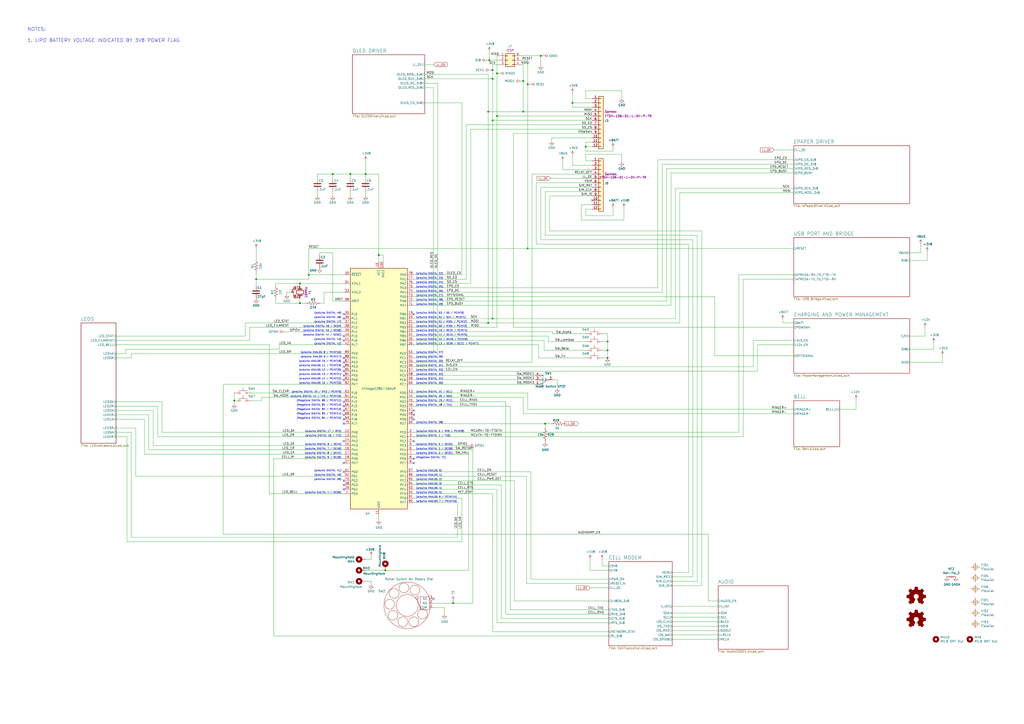
<source format=kicad_sch>
(kicad_sch (version 20211123) (generator eeschema)

  (uuid f8b47531-6c06-4e54-9fc9-cd9d0f3dd69f)

  (paper "A2")

  (title_block
    (title "4G ROTARY CELLPHONE MAINBOARD")
    (company "J. Haupt")
    (comment 1 "Sky's Edge")
  )

  

  (junction (at 313.69 32.385) (diameter 0) (color 0 0 0 0)
    (uuid 0e18138e-f1a3-4288-bb34-3b6bcfb64ff6)
  )
  (junction (at 285.75 45.72) (diameter 0) (color 0 0 0 0)
    (uuid 1053b01a-057e-4e79-a21c-42780a737ea9)
  )
  (junction (at 223.52 330.835) (diameter 0) (color 0 0 0 0)
    (uuid 151f4f7e-5ddf-4b98-b4f0-522c77461b1a)
  )
  (junction (at 219.71 147.955) (diameter 0) (color 0 0 0 0)
    (uuid 2522909e-6f5c-4f36-9c3a-869dca14e50f)
  )
  (junction (at 173.99 175.895) (diameter 0) (color 0 0 0 0)
    (uuid 2f0570b6-86da-47a8-9e56-ce60c431c534)
  )
  (junction (at 285.75 40.64) (diameter 0) (color 0 0 0 0)
    (uuid 31070a40-077c-4123-96dd-e39f8a0007ce)
  )
  (junction (at 303.53 46.99) (diameter 0) (color 0 0 0 0)
    (uuid 3388a811-b444-4ecc-a564-b22a1b731ab4)
  )
  (junction (at 288.29 67.31) (diameter 0) (color 0 0 0 0)
    (uuid 341e67eb-d5e1-4cb7-9d11-5aa4ab832a2a)
  )
  (junction (at 352.425 207.645) (diameter 0) (color 0 0 0 0)
    (uuid 3cfddd47-0913-4692-89bb-8a69d22be5a7)
  )
  (junction (at 306.07 48.895) (diameter 0) (color 0 0 0 0)
    (uuid 4b534cd1-c414-4029-9164-e46766faf60e)
  )
  (junction (at 173.99 164.465) (diameter 0) (color 0 0 0 0)
    (uuid 5c32b099-dba7-4228-8a5e-c2156f635ce2)
  )
  (junction (at 332.105 59.69) (diameter 0) (color 0 0 0 0)
    (uuid 71a9f036-1f13-462e-ac9e-81caaaa7f807)
  )
  (junction (at 285.75 184.785) (diameter 0) (color 0 0 0 0)
    (uuid 848901d5-fdee-4920-a04d-fbc03c912e79)
  )
  (junction (at 212.09 100.965) (diameter 0) (color 0 0 0 0)
    (uuid 8e697b96-cf4c-43ef-b321-8c2422b088bf)
  )
  (junction (at 283.845 34.925) (diameter 0) (color 0 0 0 0)
    (uuid 8fbab3d0-cb5e-47c7-8764-6fa3c0e4e5f7)
  )
  (junction (at 352.425 203.2) (diameter 0) (color 0 0 0 0)
    (uuid 9fa58e42-4d1f-4e7f-a5a2-6fc9857446e3)
  )
  (junction (at 303.53 64.77) (diameter 0) (color 0 0 0 0)
    (uuid a04f8542-6c38-4d5c-bdbb-c8e0311a0936)
  )
  (junction (at 288.29 42.545) (diameter 0) (color 0 0 0 0)
    (uuid a86cc026-cc17-4a81-85bf-4c26f61b9f32)
  )
  (junction (at 316.23 245.745) (diameter 0) (color 0 0 0 0)
    (uuid a9503f28-caa1-469b-bfe3-f62730017306)
  )
  (junction (at 148.59 161.925) (diameter 0) (color 0 0 0 0)
    (uuid b8c8c7a1-d546-4878-9de9-463ec76dff98)
  )
  (junction (at 339.725 85.09) (diameter 0) (color 0 0 0 0)
    (uuid c2564ecf-bd43-431d-b9a2-c7be54487485)
  )
  (junction (at 262.89 349.885) (diameter 0) (color 0 0 0 0)
    (uuid c372ec1a-a484-49e4-ab83-34dc347f3d18)
  )
  (junction (at 283.21 64.77) (diameter 0) (color 0 0 0 0)
    (uuid c8b93f12-bc5c-4ce5-b954-377d903895f1)
  )
  (junction (at 193.04 100.965) (diameter 0) (color 0 0 0 0)
    (uuid d68dca9b-48b3-498b-9b5f-3b3838250f82)
  )
  (junction (at 306.07 144.145) (diameter 0) (color 0 0 0 0)
    (uuid e6bf257d-5112-423c-b70a-adf8446f29da)
  )
  (junction (at 285.75 69.85) (diameter 0) (color 0 0 0 0)
    (uuid e6e468d8-2bb7-49d5-a4d0-fde0f6bbe8c6)
  )
  (junction (at 352.425 198.12) (diameter 0) (color 0 0 0 0)
    (uuid e75a90f1-d275-4ca6-86ea-4b6dddffab59)
  )
  (junction (at 135.89 232.41) (diameter 0) (color 0 0 0 0)
    (uuid ec13b96e-bc69-4de2-80ef-a515cc44afb5)
  )
  (junction (at 283.21 187.325) (diameter 0) (color 0 0 0 0)
    (uuid f2044410-03ac-4994-9652-9e5f480320f0)
  )
  (junction (at 179.07 159.385) (diameter 0) (color 0 0 0 0)
    (uuid f67bbef3-6f59-49ba-8890-d1f9dc9f9ad6)
  )
  (junction (at 203.2 100.965) (diameter 0) (color 0 0 0 0)
    (uuid f6a3288e-9575-42bb-af05-a920d59aded8)
  )

  (no_connect (at 199.39 268.605) (uuid 2ec9be40-1d5a-4e2d-8a4d-4be2d3c079d5))
  (no_connect (at 199.39 184.785) (uuid 31b8e579-7afa-4dee-9f20-b2fefaae3c16))
  (no_connect (at 199.39 245.745) (uuid 35343f32-90ff-4059-a108-111fb444c3d2))
  (no_connect (at 240.03 240.665) (uuid 3b19a97f-624a-48d9-8072-15bdeede0fff))
  (no_connect (at 240.03 268.605) (uuid 44509293-79e2-4fab-8860-b0cecb591afa))
  (no_connect (at 199.39 235.585) (uuid 4b982f8b-ca29-4ebf-88fc-8a50b24e0802))
  (no_connect (at 199.39 243.205) (uuid 4fc5083c-49c2-402b-91da-70ea04d2c119))
  (no_connect (at 199.39 240.665) (uuid 4fc5083c-49c2-402b-91da-70ea04d2c11a))
  (no_connect (at 199.39 238.125) (uuid 4fc5083c-49c2-402b-91da-70ea04d2c11b))
  (no_connect (at 199.39 194.945) (uuid 6540157e-dd56-419f-8e12-b9f763e7e5a8))
  (no_connect (at 199.39 255.905) (uuid 6ae901e7-3f37-4fdc-9fbb-f82666744826))
  (no_connect (at 199.39 281.305) (uuid 7b75907b-b2ae-4362-89fa-d520339aaa5c))
  (no_connect (at 199.39 278.765) (uuid 8019bb27-2172-4d60-932e-7bd55a890b6c))
  (no_connect (at 251.46 347.345) (uuid 87a0ffb1-5477-4b20-a3ac-fef5af129a33))
  (no_connect (at 240.03 238.125) (uuid 87f44303-a6e8-48e5-bb6d-f89abb09a999))
  (no_connect (at 199.39 182.245) (uuid 927b1eb6-e6f4-412f-9a58-8dc81a4889a0))
  (no_connect (at 240.03 243.205) (uuid aaf0fd50-bb22-4408-be5a-88f5ba4193be))
  (no_connect (at 240.03 255.905) (uuid acfcaba7-a8b8-4c21-a793-d3e0373f34dc))
  (no_connect (at 199.39 283.845) (uuid b632afec-1444-4246-8afb-cc14a57567e7))
  (no_connect (at 199.39 197.485) (uuid b7ed4c31-5417-4fb5-9261-7dca42c1c776))
  (no_connect (at 343.535 116.205) (uuid bdfc4715-c6ee-47ec-8978-077838963a54))
  (no_connect (at 240.03 266.065) (uuid df8ca82e-d7eb-4065-8722-73c6f9311432))
  (no_connect (at 199.39 273.685) (uuid e07e20c6-3b73-4749-845a-de9eee292903))
  (no_connect (at 199.39 220.345) (uuid e07e20c6-3b73-4749-845a-de9eee292907))
  (no_connect (at 199.39 217.805) (uuid e07e20c6-3b73-4749-845a-de9eee292908))
  (no_connect (at 199.39 215.265) (uuid e07e20c6-3b73-4749-845a-de9eee292909))
  (no_connect (at 199.39 212.725) (uuid e07e20c6-3b73-4749-845a-de9eee29290a))
  (no_connect (at 199.39 207.645) (uuid e07e20c6-3b73-4749-845a-de9eee29290b))
  (no_connect (at 199.39 210.185) (uuid e07e20c6-3b73-4749-845a-de9eee29290c))
  (no_connect (at 240.03 182.245) (uuid eac540a2-0555-4530-b9cb-9b037a65c0a7))
  (no_connect (at 199.39 233.045) (uuid fa574bf3-ac2e-449d-91be-bcb1e35bdaba))

  (wire (pts (xy 384.175 169.545) (xy 384.175 95.25))
    (stroke (width 0) (type default) (color 0 0 0 0))
    (uuid 009b0d62-e9ea-4825-9fdf-befd291c76ce)
  )
  (wire (pts (xy 407.035 339.725) (xy 389.89 339.725))
    (stroke (width 0) (type default) (color 0 0 0 0))
    (uuid 01c59306-91a3-452b-92b5-9af8f8f257d6)
  )
  (wire (pts (xy 332.105 59.69) (xy 343.535 59.69))
    (stroke (width 0) (type default) (color 0 0 0 0))
    (uuid 0208dcec-5844-41d6-8382-4437ac8ac82d)
  )
  (wire (pts (xy 240.03 220.345) (xy 310.515 220.345))
    (stroke (width 0) (type default) (color 0 0 0 0))
    (uuid 02b1295e-cf95-47ff-9c57-f8ada28f2e94)
  )
  (wire (pts (xy 148.59 150.495) (xy 148.59 144.145))
    (stroke (width 0) (type default) (color 0 0 0 0))
    (uuid 044dde97-ee2e-473a-9264-ed4dff1893a5)
  )
  (wire (pts (xy 240.03 273.685) (xy 307.975 273.685))
    (stroke (width 0) (type default) (color 0 0 0 0))
    (uuid 052acc87-8ff9-4162-8f55-f7121d221d0a)
  )
  (wire (pts (xy 240.03 233.045) (xy 293.37 233.045))
    (stroke (width 0) (type default) (color 0 0 0 0))
    (uuid 0588e431-d56d-4df4-9ffd-6cd4bba412cb)
  )
  (wire (pts (xy 88.9 238.125) (xy 88.9 258.445))
    (stroke (width 0) (type default) (color 0 0 0 0))
    (uuid 062fbe79-da43-4e6a-bd6f-509557f2df9b)
  )
  (wire (pts (xy 240.03 187.325) (xy 283.21 187.325))
    (stroke (width 0) (type default) (color 0 0 0 0))
    (uuid 082aed28-f9e8-49e7-96ee-b5aa9f0319c7)
  )
  (wire (pts (xy 240.03 263.525) (xy 271.78 263.525))
    (stroke (width 0) (type default) (color 0 0 0 0))
    (uuid 082af52d-cc2f-436d-b3cc-65de6b845339)
  )
  (wire (pts (xy 536.575 194.945) (xy 536.575 189.865))
    (stroke (width 0) (type default) (color 0 0 0 0))
    (uuid 0938c137-668b-4d2f-b92b-cadb1df72bdb)
  )
  (wire (pts (xy 448.945 86.995) (xy 460.375 86.995))
    (stroke (width 0) (type default) (color 0 0 0 0))
    (uuid 094dc71e-7ea9-4e30-8ba7-749216ec2a8b)
  )
  (wire (pts (xy 416.56 355.6) (xy 389.89 355.6))
    (stroke (width 0) (type default) (color 0 0 0 0))
    (uuid 0a79db37-f1d9-40b1-a24d-8bdfb8f637e2)
  )
  (wire (pts (xy 73.025 202.565) (xy 161.925 202.565))
    (stroke (width 0) (type default) (color 0 0 0 0))
    (uuid 0ba3fcf8-07bd-443d-be28-f69a4ad80df4)
  )
  (wire (pts (xy 414.655 206.375) (xy 460.375 206.375))
    (stroke (width 0) (type default) (color 0 0 0 0))
    (uuid 0cc094e7-c1c0-457d-bd94-3db91c23be55)
  )
  (wire (pts (xy 67.31 200.025) (xy 156.21 200.025))
    (stroke (width 0) (type default) (color 0 0 0 0))
    (uuid 0df798c0-963e-4340-a737-18e50763521e)
  )
  (wire (pts (xy 353.06 330.835) (xy 342.265 330.835))
    (stroke (width 0) (type default) (color 0 0 0 0))
    (uuid 0fe3ebe2-61a9-477a-a657-d783c4c4d70e)
  )
  (wire (pts (xy 355.6 87.63) (xy 355.6 85.725))
    (stroke (width 0) (type default) (color 0 0 0 0))
    (uuid 1020b588-7eb0-4b70-bbff-c77a867c3142)
  )
  (wire (pts (xy 288.29 32.385) (xy 289.56 32.385))
    (stroke (width 0) (type default) (color 0 0 0 0))
    (uuid 105d44ff-63b9-4299-9078-473af583971a)
  )
  (wire (pts (xy 212.09 113.665) (xy 212.09 111.125))
    (stroke (width 0) (type default) (color 0 0 0 0))
    (uuid 10b20c6b-8045-46d1-a965-0d7dd9a1b5fa)
  )
  (wire (pts (xy 173.99 165.735) (xy 173.99 164.465))
    (stroke (width 0) (type default) (color 0 0 0 0))
    (uuid 112371bd-7aa2-4b47-b184-50d12afc2534)
  )
  (wire (pts (xy 352.425 198.12) (xy 352.425 203.2))
    (stroke (width 0) (type default) (color 0 0 0 0))
    (uuid 121b7b08-bed9-441b-b060-efed31f37089)
  )
  (wire (pts (xy 240.03 258.445) (xy 270.51 258.445))
    (stroke (width 0) (type default) (color 0 0 0 0))
    (uuid 133d5403-9be3-4603-824b-d3b76147e745)
  )
  (wire (pts (xy 349.885 203.2) (xy 352.425 203.2))
    (stroke (width 0) (type default) (color 0 0 0 0))
    (uuid 14a3cbec-b1b9-4736-8e00-ba5be98954ab)
  )
  (wire (pts (xy 343.535 64.77) (xy 303.53 64.77))
    (stroke (width 0) (type default) (color 0 0 0 0))
    (uuid 1569382e-a4f5-4166-a19c-b78580f8c980)
  )
  (wire (pts (xy 343.535 118.745) (xy 337.185 118.745))
    (stroke (width 0) (type default) (color 0 0 0 0))
    (uuid 159c8092-f459-40eb-b409-c2cace814e6e)
  )
  (wire (pts (xy 323.215 220.345) (xy 320.675 220.345))
    (stroke (width 0) (type default) (color 0 0 0 0))
    (uuid 15ea3484-2685-47cb-9e01-ec01c6d477b8)
  )
  (wire (pts (xy 212.09 93.345) (xy 212.09 100.965))
    (stroke (width 0) (type default) (color 0 0 0 0))
    (uuid 165f4d8d-26a9-4cf2-a8d6-9936cd983be4)
  )
  (wire (pts (xy 173.99 175.895) (xy 177.8 175.895))
    (stroke (width 0) (type default) (color 0 0 0 0))
    (uuid 1732b93f-cd0e-4ca4-a905-bb406354ca33)
  )
  (wire (pts (xy 332.105 95.885) (xy 332.105 90.17))
    (stroke (width 0) (type default) (color 0 0 0 0))
    (uuid 18e95a1d-9d1d-4b93-8e4c-2d03c344acc0)
  )
  (wire (pts (xy 240.03 278.765) (xy 298.45 278.765))
    (stroke (width 0) (type default) (color 0 0 0 0))
    (uuid 1b5a32e4-0b8e-4f38-b679-71dc277c2087)
  )
  (wire (pts (xy 527.685 194.945) (xy 536.575 194.945))
    (stroke (width 0) (type default) (color 0 0 0 0))
    (uuid 1b98de85-f9de-4825-baf2-c96991615275)
  )
  (wire (pts (xy 339.725 89.535) (xy 339.725 93.345))
    (stroke (width 0) (type default) (color 0 0 0 0))
    (uuid 1c92f382-4ec3-478f-a1ca-afadd3087787)
  )
  (wire (pts (xy 160.02 175.895) (xy 173.99 175.895))
    (stroke (width 0) (type default) (color 0 0 0 0))
    (uuid 1d0d5161-c82f-4c77-a9ca-15d017db65d3)
  )
  (wire (pts (xy 156.21 286.385) (xy 156.21 200.025))
    (stroke (width 0) (type default) (color 0 0 0 0))
    (uuid 1d6518e1-cfe9-4078-adc2-cf8e6477b5cb)
  )
  (wire (pts (xy 73.025 205.105) (xy 67.31 205.105))
    (stroke (width 0) (type default) (color 0 0 0 0))
    (uuid 207932d1-3fbf-4bd3-8ef6-a6601aaaae72)
  )
  (wire (pts (xy 76.2 205.105) (xy 76.2 207.645))
    (stroke (width 0) (type default) (color 0 0 0 0))
    (uuid 21c9358c-c2dd-4df5-9cfe-ea9bd0b49374)
  )
  (wire (pts (xy 416.56 348.615) (xy 410.845 348.615))
    (stroke (width 0) (type default) (color 0 0 0 0))
    (uuid 21fd0507-6c8e-46f9-9ff4-9b23bbc42258)
  )
  (wire (pts (xy 129.54 309.88) (xy 410.845 309.88))
    (stroke (width 0) (type default) (color 0 0 0 0))
    (uuid 22173e81-018b-4c96-b6cb-ac3556e1f1f9)
  )
  (wire (pts (xy 93.98 233.045) (xy 93.98 250.825))
    (stroke (width 0) (type default) (color 0 0 0 0))
    (uuid 226f524c-89b4-46ed-86fd-c8ea41059fd4)
  )
  (wire (pts (xy 240.03 192.405) (xy 320.675 192.405))
    (stroke (width 0) (type default) (color 0 0 0 0))
    (uuid 2318c5de-1b58-46c1-9a96-92f6450c3d31)
  )
  (wire (pts (xy 283.21 64.77) (xy 283.21 187.325))
    (stroke (width 0) (type default) (color 0 0 0 0))
    (uuid 24a492d9-25a9-4fba-b51b-3effb576b351)
  )
  (wire (pts (xy 283.21 187.325) (xy 394.335 187.325))
    (stroke (width 0) (type default) (color 0 0 0 0))
    (uuid 28d267fd-6d61-43bb-9705-8d59d7a44e81)
  )
  (wire (pts (xy 339.725 85.09) (xy 343.535 85.09))
    (stroke (width 0) (type default) (color 0 0 0 0))
    (uuid 291e4200-f3c9-4b61-8158-17e8c4424a24)
  )
  (wire (pts (xy 352.425 193.675) (xy 352.425 198.12))
    (stroke (width 0) (type default) (color 0 0 0 0))
    (uuid 2949af22-2432-469e-9f07-eee60be8acbd)
  )
  (wire (pts (xy 135.89 227.965) (xy 135.89 232.41))
    (stroke (width 0) (type default) (color 0 0 0 0))
    (uuid 296ded40-ed53-4798-8db4-dad7b794226b)
  )
  (wire (pts (xy 144.78 197.485) (xy 144.78 189.865))
    (stroke (width 0) (type default) (color 0 0 0 0))
    (uuid 29cd9e70-9b68-44f7-96b2-fe993c246832)
  )
  (wire (pts (xy 332.105 53.975) (xy 332.105 59.69))
    (stroke (width 0) (type default) (color 0 0 0 0))
    (uuid 29ec1a54-dea0-4d1a-a3dc-a7441a09bb9e)
  )
  (wire (pts (xy 212.09 337.185) (xy 215.265 337.185))
    (stroke (width 0) (type default) (color 0 0 0 0))
    (uuid 2a2e50e6-5e43-4bda-9e34-ed28bcf220ad)
  )
  (wire (pts (xy 313.69 32.385) (xy 302.26 32.385))
    (stroke (width 0) (type default) (color 0 0 0 0))
    (uuid 2a4f1c24-6486-4fd8-8092-72bb07a81274)
  )
  (wire (pts (xy 212.09 324.485) (xy 215.265 324.485))
    (stroke (width 0) (type default) (color 0 0 0 0))
    (uuid 2a86feae-5511-4551-967d-88972fdb0ff5)
  )
  (wire (pts (xy 313.69 108.585) (xy 313.69 139.065))
    (stroke (width 0) (type default) (color 0 0 0 0))
    (uuid 2ad4b4ba-3abd-4313-bed9-1edce936a95e)
  )
  (wire (pts (xy 199.39 263.525) (xy 83.82 263.525))
    (stroke (width 0) (type default) (color 0 0 0 0))
    (uuid 2b894b8a-c098-4d9d-be0f-2ef41dea274e)
  )
  (wire (pts (xy 313.69 38.1) (xy 313.69 32.385))
    (stroke (width 0) (type default) (color 0 0 0 0))
    (uuid 2c10387c-3cac-4a7c-bbfb-95d69f41a890)
  )
  (wire (pts (xy 257.81 352.425) (xy 251.46 352.425))
    (stroke (width 0) (type default) (color 0 0 0 0))
    (uuid 2d0d333a-99a0-4575-9433-710c8cc7ac0b)
  )
  (wire (pts (xy 144.78 189.865) (xy 199.39 189.865))
    (stroke (width 0) (type default) (color 0 0 0 0))
    (uuid 2e1d63b8-5189-41bb-8b6a-c4ada546b2d5)
  )
  (wire (pts (xy 158.75 266.065) (xy 158.75 368.935))
    (stroke (width 0) (type default) (color 0 0 0 0))
    (uuid 2f29ffe5-cbdc-4a3f-81e6-c7d9f4c5145a)
  )
  (wire (pts (xy 297.815 189.865) (xy 460.375 189.865))
    (stroke (width 0) (type default) (color 0 0 0 0))
    (uuid 2f4c659c-2ccb-4fb1-808e-7868af588a89)
  )
  (wire (pts (xy 76.2 205.105) (xy 199.39 205.105))
    (stroke (width 0) (type default) (color 0 0 0 0))
    (uuid 2f8ebbbf-0f11-4a15-9648-1d28e5593127)
  )
  (wire (pts (xy 389.89 358.14) (xy 416.56 358.14))
    (stroke (width 0) (type default) (color 0 0 0 0))
    (uuid 315d2b15-cfe6-4672-b3ad-24773f3df12c)
  )
  (wire (pts (xy 386.715 174.625) (xy 386.715 97.79))
    (stroke (width 0) (type default) (color 0 0 0 0))
    (uuid 3273ec61-4a33-41c2-82bf-cde7c8587c1b)
  )
  (wire (pts (xy 339.725 85.09) (xy 339.725 87.63))
    (stroke (width 0) (type default) (color 0 0 0 0))
    (uuid 33064f56-88c0-44a1-ac52-96957fe5ad49)
  )
  (wire (pts (xy 254 48.26) (xy 254 207.645))
    (stroke (width 0) (type default) (color 0 0 0 0))
    (uuid 337d1242-91ab-4446-8b9e-7609c6a49e3c)
  )
  (wire (pts (xy 315.595 203.2) (xy 339.725 203.2))
    (stroke (width 0) (type default) (color 0 0 0 0))
    (uuid 356199c8-c0f7-4995-bef0-53ad752a30c5)
  )
  (wire (pts (xy 339.725 57.15) (xy 339.725 52.705))
    (stroke (width 0) (type default) (color 0 0 0 0))
    (uuid 36210d52-4f9a-42bc-a022-019a63c67fc2)
  )
  (wire (pts (xy 428.625 250.825) (xy 428.625 159.385))
    (stroke (width 0) (type default) (color 0 0 0 0))
    (uuid 3656bb3f-f8a4-4f3a-8e9a-ec6203c87a56)
  )
  (wire (pts (xy 353.06 353.695) (xy 295.91 353.695))
    (stroke (width 0) (type default) (color 0 0 0 0))
    (uuid 3675ad1a-972f-4046-b23a-e6ca04304035)
  )
  (wire (pts (xy 343.535 74.93) (xy 273.05 74.93))
    (stroke (width 0) (type default) (color 0 0 0 0))
    (uuid 376a6f44-cf22-4d88-ac13-30f83803795f)
  )
  (wire (pts (xy 240.03 164.465) (xy 273.05 164.465))
    (stroke (width 0) (type default) (color 0 0 0 0))
    (uuid 37728c8e-efcc-462c-a749-47b6bfcbaf37)
  )
  (wire (pts (xy 312.42 207.645) (xy 339.725 207.645))
    (stroke (width 0) (type default) (color 0 0 0 0))
    (uuid 3997254a-8057-4464-ba07-e37f0720cbd8)
  )
  (wire (pts (xy 219.71 100.965) (xy 219.71 147.955))
    (stroke (width 0) (type default) (color 0 0 0 0))
    (uuid 3a45fb3b-7899-44f2-a78a-f676359df67b)
  )
  (wire (pts (xy 199.39 266.065) (xy 158.75 266.065))
    (stroke (width 0) (type default) (color 0 0 0 0))
    (uuid 3ba59656-e36e-4caa-8957-90ed8686b3d3)
  )
  (wire (pts (xy 273.05 74.93) (xy 273.05 164.465))
    (stroke (width 0) (type default) (color 0 0 0 0))
    (uuid 3bb9c3d4-9a6f-41ac-8d1e-92ed4fe334c0)
  )
  (wire (pts (xy 285.75 286.385) (xy 240.03 286.385))
    (stroke (width 0) (type default) (color 0 0 0 0))
    (uuid 3c66e6e2-f12d-4b23-910e-e478d272dfd5)
  )
  (wire (pts (xy 86.36 240.665) (xy 86.36 260.985))
    (stroke (width 0) (type default) (color 0 0 0 0))
    (uuid 3ce4c631-4e8b-4ee6-a520-34bf7b12880c)
  )
  (wire (pts (xy 391.795 109.22) (xy 460.375 109.22))
    (stroke (width 0) (type default) (color 0 0 0 0))
    (uuid 3d2a15cb-c492-4d9a-b1dd-7d5f099d2d31)
  )
  (wire (pts (xy 78.74 248.285) (xy 67.31 248.285))
    (stroke (width 0) (type default) (color 0 0 0 0))
    (uuid 3d8571f7-688f-49ac-8d91-22508c277f45)
  )
  (wire (pts (xy 360.68 89.535) (xy 339.725 89.535))
    (stroke (width 0) (type default) (color 0 0 0 0))
    (uuid 3e147ce1-21a6-4e77-a3db-fd00d575cd22)
  )
  (wire (pts (xy 303.53 230.505) (xy 303.53 240.03))
    (stroke (width 0) (type default) (color 0 0 0 0))
    (uuid 3f206607-332e-4c96-8963-5302804f476f)
  )
  (wire (pts (xy 78.74 276.225) (xy 199.39 276.225))
    (stroke (width 0) (type default) (color 0 0 0 0))
    (uuid 4116bfc2-eab3-4c29-a983-44eacd9f10f5)
  )
  (wire (pts (xy 199.39 222.885) (xy 129.54 222.885))
    (stroke (width 0) (type default) (color 0 0 0 0))
    (uuid 4162edc6-bdf4-438f-99ef-c54ec2900eb7)
  )
  (wire (pts (xy 283.845 34.925) (xy 289.56 34.925))
    (stroke (width 0) (type default) (color 0 0 0 0))
    (uuid 41ab46ed-40f5-461d-81aa-1f02dc069a49)
  )
  (wire (pts (xy 146.05 227.965) (xy 199.39 227.965))
    (stroke (width 0) (type default) (color 0 0 0 0))
    (uuid 41b4f8c6-4973-4fc7-9118-d582bc7f31e7)
  )
  (wire (pts (xy 240.03 227.965) (xy 306.07 227.965))
    (stroke (width 0) (type default) (color 0 0 0 0))
    (uuid 4208e41d-1d0a-40b9-bf94-fcbeb6562f9d)
  )
  (wire (pts (xy 76.2 207.645) (xy 67.31 207.645))
    (stroke (width 0) (type default) (color 0 0 0 0))
    (uuid 4266f6dc-b108-467a-bc4a-756158b1a271)
  )
  (wire (pts (xy 283.21 43.18) (xy 246.38 43.18))
    (stroke (width 0) (type default) (color 0 0 0 0))
    (uuid 42bd0f96-a831-406e-abb7-03ed1bbd785f)
  )
  (wire (pts (xy 179.07 144.145) (xy 306.07 144.145))
    (stroke (width 0) (type default) (color 0 0 0 0))
    (uuid 444b2eaf-241d-42e5-8717-27a83d099c5b)
  )
  (wire (pts (xy 187.96 169.545) (xy 199.39 169.545))
    (stroke (width 0) (type default) (color 0 0 0 0))
    (uuid 44b926bf-8bdd-4191-846d-2dfabab2cecb)
  )
  (wire (pts (xy 326.39 93.345) (xy 326.39 98.425))
    (stroke (width 0) (type default) (color 0 0 0 0))
    (uuid 44e993be-f2df-4e61-a598-dfd6e106a208)
  )
  (wire (pts (xy 270.51 72.39) (xy 270.51 161.925))
    (stroke (width 0) (type default) (color 0 0 0 0))
    (uuid 45484f82-420e-44d0-a58e-382bb939dac5)
  )
  (wire (pts (xy 318.135 194.945) (xy 318.135 198.12))
    (stroke (width 0) (type default) (color 0 0 0 0))
    (uuid 45676199-bb82-4d58-98c1-b606deb355be)
  )
  (wire (pts (xy 384.175 95.25) (xy 460.375 95.25))
    (stroke (width 0) (type default) (color 0 0 0 0))
    (uuid 45836d49-cd5f-417d-b0f6-c8b43d196a36)
  )
  (wire (pts (xy 76.2 250.825) (xy 67.31 250.825))
    (stroke (width 0) (type default) (color 0 0 0 0))
    (uuid 45899113-d22e-4a5b-822e-9aca23b124ee)
  )
  (wire (pts (xy 399.415 141.605) (xy 311.15 141.605))
    (stroke (width 0) (type default) (color 0 0 0 0))
    (uuid 45a58c23-3e6d-4df0-af01-6d5948b0075c)
  )
  (wire (pts (xy 343.535 67.31) (xy 288.29 67.31))
    (stroke (width 0) (type default) (color 0 0 0 0))
    (uuid 4625ef31-ba9f-4b3e-8ebc-93b4658ad74a)
  )
  (wire (pts (xy 262.89 349.885) (xy 274.32 349.885))
    (stroke (width 0) (type default) (color 0 0 0 0))
    (uuid 49401466-ac67-4f39-940e-7d8f648ff899)
  )
  (wire (pts (xy 215.265 337.185) (xy 215.265 339.09))
    (stroke (width 0) (type default) (color 0 0 0 0))
    (uuid 4b349620-f428-44e5-933f-adf26c6f5ac1)
  )
  (wire (pts (xy 436.88 212.725) (xy 436.88 197.485))
    (stroke (width 0) (type default) (color 0 0 0 0))
    (uuid 4d55ddc7-73be-49f7-98ea-a0ba474cbdb0)
  )
  (wire (pts (xy 332.105 95.885) (xy 343.535 95.885))
    (stroke (width 0) (type default) (color 0 0 0 0))
    (uuid 4ef07d45-f940-4cb6-bb96-2ddec13fd099)
  )
  (wire (pts (xy 240.03 174.625) (xy 386.715 174.625))
    (stroke (width 0) (type default) (color 0 0 0 0))
    (uuid 4f3dc5bc-04e8-4dcc-91dd-8782e84f321d)
  )
  (wire (pts (xy 527.685 210.185) (xy 546.735 210.185))
    (stroke (width 0) (type default) (color 0 0 0 0))
    (uuid 4f4bd227-fa4c-47f4-ad05-ee16ad4c58c2)
  )
  (wire (pts (xy 240.03 260.985) (xy 274.32 260.985))
    (stroke (width 0) (type default) (color 0 0 0 0))
    (uuid 4fa93f5b-eab3-451a-a5d0-87502d0d971a)
  )
  (wire (pts (xy 83.82 243.205) (xy 83.82 263.525))
    (stroke (width 0) (type default) (color 0 0 0 0))
    (uuid 51320c8c-9c4a-48b8-a7b8-e2c8d1f2e5ad)
  )
  (wire (pts (xy 307.975 335.915) (xy 353.06 335.915))
    (stroke (width 0) (type default) (color 0 0 0 0))
    (uuid 5160b3d5-0622-412f-84ed-9900be82a5a6)
  )
  (wire (pts (xy 343.535 103.505) (xy 319.405 103.505))
    (stroke (width 0) (type default) (color 0 0 0 0))
    (uuid 5206328f-de7d-41ba-bad8-f1768b7701cb)
  )
  (wire (pts (xy 404.495 136.525) (xy 404.495 337.185))
    (stroke (width 0) (type default) (color 0 0 0 0))
    (uuid 524d7aa8-362f-459a-b2ae-4ca2a0b1612b)
  )
  (wire (pts (xy 308.61 100.965) (xy 308.61 210.185))
    (stroke (width 0) (type default) (color 0 0 0 0))
    (uuid 5290e0d7-1f24-4c0b-91ff-28c5a304ab9a)
  )
  (wire (pts (xy 274.32 260.985) (xy 274.32 349.885))
    (stroke (width 0) (type default) (color 0 0 0 0))
    (uuid 52c5a613-ece8-4ea8-850b-9910beba9700)
  )
  (wire (pts (xy 343.535 77.47) (xy 297.815 77.47))
    (stroke (width 0) (type default) (color 0 0 0 0))
    (uuid 52d326d4-51c9-4c17-8412-9aaf3e6cdf4c)
  )
  (wire (pts (xy 240.03 194.945) (xy 318.135 194.945))
    (stroke (width 0) (type default) (color 0 0 0 0))
    (uuid 55ac7ee1-f461-406b-8cf5-da47a7717180)
  )
  (wire (pts (xy 311.15 141.605) (xy 311.15 106.045))
    (stroke (width 0) (type default) (color 0 0 0 0))
    (uuid 5641be26-f5e9-482f-8616-297f17f4eae2)
  )
  (wire (pts (xy 320.675 192.405) (xy 320.675 193.675))
    (stroke (width 0) (type default) (color 0 0 0 0))
    (uuid 567a04d6-5dce-4e5f-9e8e-f34010ecea5b)
  )
  (wire (pts (xy 342.265 330.835) (xy 342.265 324.485))
    (stroke (width 0) (type default) (color 0 0 0 0))
    (uuid 56bbedad-6259-4443-b321-0ffa1f89c336)
  )
  (wire (pts (xy 135.89 234.315) (xy 135.89 232.41))
    (stroke (width 0) (type default) (color 0 0 0 0))
    (uuid 57121f1d-c971-4830-b974-00f7d706f0c9)
  )
  (wire (pts (xy 251.46 50.8) (xy 246.38 50.8))
    (stroke (width 0) (type default) (color 0 0 0 0))
    (uuid 57543893-39bf-4d83-b4e0-8d020b4a6d48)
  )
  (wire (pts (xy 414.655 172.085) (xy 414.655 206.375))
    (stroke (width 0) (type default) (color 0 0 0 0))
    (uuid 5778dc8c-60fe-435e-b75a-362eae1b81ab)
  )
  (wire (pts (xy 343.535 57.15) (xy 339.725 57.15))
    (stroke (width 0) (type default) (color 0 0 0 0))
    (uuid 578f33ff-8d12-4136-bb61-e55b7655fa5b)
  )
  (wire (pts (xy 187.96 175.895) (xy 187.96 169.545))
    (stroke (width 0) (type default) (color 0 0 0 0))
    (uuid 58126faf-01a4-4f91-8e8c-ca9e47b48048)
  )
  (wire (pts (xy 240.03 184.785) (xy 285.75 184.785))
    (stroke (width 0) (type default) (color 0 0 0 0))
    (uuid 58cc7831-f944-4d33-8c61-2fd5bebc61e0)
  )
  (wire (pts (xy 142.24 187.325) (xy 199.39 187.325))
    (stroke (width 0) (type default) (color 0 0 0 0))
    (uuid 59e09498-d26e-4ba7-b47d-fece2ea7c274)
  )
  (wire (pts (xy 203.2 100.965) (xy 203.2 103.505))
    (stroke (width 0) (type default) (color 0 0 0 0))
    (uuid 59f60168-cced-43c9-aaa5-41a1a8a2f631)
  )
  (wire (pts (xy 416.56 360.68) (xy 389.89 360.68))
    (stroke (width 0) (type default) (color 0 0 0 0))
    (uuid 5a319d05-1a85-43fe-a179-ebcee7212a03)
  )
  (wire (pts (xy 83.82 243.205) (xy 67.31 243.205))
    (stroke (width 0) (type default) (color 0 0 0 0))
    (uuid 5b5611ee-3a4f-4573-978f-2e48db0ecaf5)
  )
  (wire (pts (xy 534.035 141.605) (xy 534.035 146.685))
    (stroke (width 0) (type default) (color 0 0 0 0))
    (uuid 5b70b09b-6762-4725-9d48-805300c0bdc8)
  )
  (wire (pts (xy 339.725 87.63) (xy 355.6 87.63))
    (stroke (width 0) (type default) (color 0 0 0 0))
    (uuid 5bb32dcb-8a97-4374-8a16-bc17822d4db3)
  )
  (wire (pts (xy 215.265 324.485) (xy 215.265 322.58))
    (stroke (width 0) (type default) (color 0 0 0 0))
    (uuid 5bfa48d9-c97e-421d-96d6-4db36385f169)
  )
  (wire (pts (xy 76.2 311.785) (xy 76.2 250.825))
    (stroke (width 0) (type default) (color 0 0 0 0))
    (uuid 5f74c6fb-337b-40a9-9b79-933f2f30429a)
  )
  (wire (pts (xy 270.51 72.39) (xy 343.535 72.39))
    (stroke (width 0) (type default) (color 0 0 0 0))
    (uuid 60d30b2f-02cb-42f2-b2ed-c84cb33e3e36)
  )
  (wire (pts (xy 349.885 198.12) (xy 352.425 198.12))
    (stroke (width 0) (type default) (color 0 0 0 0))
    (uuid 61eb7a4f-888e-4082-9c74-1d94f58e7c05)
  )
  (wire (pts (xy 326.39 98.425) (xy 343.535 98.425))
    (stroke (width 0) (type default) (color 0 0 0 0))
    (uuid 6239967a-77bd-4ec9-89cd-e04efd8dbe26)
  )
  (wire (pts (xy 254 207.645) (xy 240.03 207.645))
    (stroke (width 0) (type default) (color 0 0 0 0))
    (uuid 624c6565-c4fd-4d29-87af-f77dd1ba0898)
  )
  (wire (pts (xy 240.03 215.265) (xy 439.42 215.265))
    (stroke (width 0) (type default) (color 0 0 0 0))
    (uuid 62a1b97d-067d-487c-835b-0166330d25fe)
  )
  (wire (pts (xy 240.03 169.545) (xy 384.175 169.545))
    (stroke (width 0) (type default) (color 0 0 0 0))
    (uuid 62cbcc21-2cec-41ab-be06-499e1a78d7e7)
  )
  (wire (pts (xy 166.37 169.545) (xy 168.91 169.545))
    (stroke (width 0) (type default) (color 0 0 0 0))
    (uuid 645bdbdc-8f65-42ef-a021-2d3e7d74a739)
  )
  (wire (pts (xy 460.375 161.925) (xy 431.165 161.925))
    (stroke (width 0) (type default) (color 0 0 0 0))
    (uuid 661ca2ba-bce5-4308-99a6-de333a625515)
  )
  (wire (pts (xy 320.04 80.01) (xy 343.535 80.01))
    (stroke (width 0) (type default) (color 0 0 0 0))
    (uuid 664ea685-f665-4315-aadf-581a656f41df)
  )
  (wire (pts (xy 285.75 45.72) (xy 285.75 69.85))
    (stroke (width 0) (type default) (color 0 0 0 0))
    (uuid 665081dc-8354-4d41-8855-bde8901aee4c)
  )
  (wire (pts (xy 91.44 253.365) (xy 199.39 253.365))
    (stroke (width 0) (type default) (color 0 0 0 0))
    (uuid 6776c573-26e6-4a02-ab96-18129f258651)
  )
  (wire (pts (xy 339.725 93.345) (xy 343.535 93.345))
    (stroke (width 0) (type default) (color 0 0 0 0))
    (uuid 67d6d490-a9a4-4ec7-8744-7c7abc821282)
  )
  (wire (pts (xy 306.07 237.49) (xy 306.07 227.965))
    (stroke (width 0) (type default) (color 0 0 0 0))
    (uuid 68f7174d-ce7a-41b4-89f8-dd7e3ded57a1)
  )
  (wire (pts (xy 410.845 309.88) (xy 410.845 348.615))
    (stroke (width 0) (type default) (color 0 0 0 0))
    (uuid 692457f4-a6aa-40ab-bb4c-d00b342e0aba)
  )
  (wire (pts (xy 310.515 222.885) (xy 240.03 222.885))
    (stroke (width 0) (type default) (color 0 0 0 0))
    (uuid 69f75991-c8c0-49a9-aed8-daa6ca9a5d73)
  )
  (wire (pts (xy 91.44 235.585) (xy 67.31 235.585))
    (stroke (width 0) (type default) (color 0 0 0 0))
    (uuid 6ae47305-86b3-4e27-b3c6-46e195fdaa6d)
  )
  (wire (pts (xy 394.335 111.76) (xy 460.375 111.76))
    (stroke (width 0) (type default) (color 0 0 0 0))
    (uuid 6d1e2df9-cc89-4e18-a541-699f0d20dd45)
  )
  (wire (pts (xy 293.37 233.045) (xy 293.37 356.235))
    (stroke (width 0) (type default) (color 0 0 0 0))
    (uuid 6d646c30-feab-4e3e-adf0-5427b73b5f08)
  )
  (wire (pts (xy 303.53 46.99) (xy 303.53 64.77))
    (stroke (width 0) (type default) (color 0 0 0 0))
    (uuid 6e508bf2-c65e-4107-867d-a3cf9a86c69e)
  )
  (wire (pts (xy 142.24 187.325) (xy 142.24 194.945))
    (stroke (width 0) (type default) (color 0 0 0 0))
    (uuid 6e77d4d6-0239-4c20-98f8-23ae4f71d638)
  )
  (wire (pts (xy 160.02 173.355) (xy 160.02 175.895))
    (stroke (width 0) (type default) (color 0 0 0 0))
    (uuid 6f1beb86-67e1-46bf-8c2b-6d1e1485d5c0)
  )
  (wire (pts (xy 285.75 40.64) (xy 285.75 37.465))
    (stroke (width 0) (type default) (color 0 0 0 0))
    (uuid 70186eba-dcad-4878-bf16-887f6eee49df)
  )
  (wire (pts (xy 285.75 45.72) (xy 285.75 40.64))
    (stroke (width 0) (type default) (color 0 0 0 0))
    (uuid 7043f61a-4f1e-4cab-9031-a6449e41a893)
  )
  (wire (pts (xy 93.98 233.045) (xy 67.31 233.045))
    (stroke (width 0) (type default) (color 0 0 0 0))
    (uuid 710852c3-85af-44f2-af12-adc5798f2795)
  )
  (wire (pts (xy 67.31 197.485) (xy 144.78 197.485))
    (stroke (width 0) (type default) (color 0 0 0 0))
    (uuid 7114de55-86d9-46c1-a412-07f5eb895435)
  )
  (wire (pts (xy 91.44 235.585) (xy 91.44 253.365))
    (stroke (width 0) (type default) (color 0 0 0 0))
    (uuid 7147b342-4ca8-4694-a1ec-b615c151a5d0)
  )
  (wire (pts (xy 222.25 147.955) (xy 219.71 147.955))
    (stroke (width 0) (type default) (color 0 0 0 0))
    (uuid 72366acb-6c86-4134-89df-01ed6e4dc8e0)
  )
  (wire (pts (xy 199.39 192.405) (xy 166.37 192.405))
    (stroke (width 0) (type default) (color 0 0 0 0))
    (uuid 7247fe96-7885-4063-8282-ea2fd2b28b0d)
  )
  (wire (pts (xy 436.88 197.485) (xy 460.375 197.485))
    (stroke (width 0) (type default) (color 0 0 0 0))
    (uuid 7255cbd1-8d38-4545-be9a-7fc5488ef942)
  )
  (wire (pts (xy 219.71 147.955) (xy 219.71 151.765))
    (stroke (width 0) (type default) (color 0 0 0 0))
    (uuid 7274c82d-0cb9-47de-b093-7d848f491410)
  )
  (wire (pts (xy 349.25 328.295) (xy 353.06 328.295))
    (stroke (width 0) (type default) (color 0 0 0 0))
    (uuid 72cc7949-68f8-4ef8-adcb-a65c1d042672)
  )
  (wire (pts (xy 439.42 200.025) (xy 460.375 200.025))
    (stroke (width 0) (type default) (color 0 0 0 0))
    (uuid 74096bdc-b668-408c-af3a-b048c20bd605)
  )
  (wire (pts (xy 193.04 100.965) (xy 193.04 103.505))
    (stroke (width 0) (type default) (color 0 0 0 0))
    (uuid 74855e0d-40e4-4940-a544-edae9207b2ea)
  )
  (wire (pts (xy 240.03 177.165) (xy 389.255 177.165))
    (stroke (width 0) (type default) (color 0 0 0 0))
    (uuid 778b0e81-d70b-4705-ae45-b4c475c88dab)
  )
  (wire (pts (xy 303.53 64.77) (xy 283.21 64.77))
    (stroke (width 0) (type default) (color 0 0 0 0))
    (uuid 784e3230-2053-4bc9-a786-5ac2bd0df0f5)
  )
  (wire (pts (xy 288.29 42.545) (xy 288.29 32.385))
    (stroke (width 0) (type default) (color 0 0 0 0))
    (uuid 792ace59-9f73-49b7-92df-01568ab2b00b)
  )
  (wire (pts (xy 310.515 217.805) (xy 240.03 217.805))
    (stroke (width 0) (type default) (color 0 0 0 0))
    (uuid 7943ed8c-e760-4ace-9c5f-baf5589fae39)
  )
  (wire (pts (xy 352.425 203.2) (xy 352.425 207.645))
    (stroke (width 0) (type default) (color 0 0 0 0))
    (uuid 7983b95c-14e4-4dec-ab4e-09c81071d9de)
  )
  (wire (pts (xy 360.68 57.15) (xy 360.68 52.705))
    (stroke (width 0) (type default) (color 0 0 0 0))
    (uuid 7a6d9a4e-fe6a-4427-9f0c-a10fd3ceb923)
  )
  (wire (pts (xy 158.75 368.935) (xy 353.06 368.935))
    (stroke (width 0) (type default) (color 0 0 0 0))
    (uuid 7c1dbd41-291a-4aad-bf3b-16497f84df7b)
  )
  (wire (pts (xy 240.03 197.485) (xy 315.595 197.485))
    (stroke (width 0) (type default) (color 0 0 0 0))
    (uuid 7c3df708-fb44-40cc-b435-cd67e8cec48a)
  )
  (wire (pts (xy 257.81 352.425) (xy 257.81 356.235))
    (stroke (width 0) (type default) (color 0 0 0 0))
    (uuid 7c6e532b-1afd-48d4-9389-2942dcbc7c3c)
  )
  (wire (pts (xy 173.99 164.465) (xy 160.02 164.465))
    (stroke (width 0) (type default) (color 0 0 0 0))
    (uuid 7ca71fec-e7f1-454f-9196-b80d15925fff)
  )
  (wire (pts (xy 320.04 81.915) (xy 320.04 80.01))
    (stroke (width 0) (type default) (color 0 0 0 0))
    (uuid 7e232027-e1fd-4d55-a751-dd67130d7d22)
  )
  (wire (pts (xy 537.845 151.13) (xy 537.845 146.05))
    (stroke (width 0) (type default) (color 0 0 0 0))
    (uuid 7e509ce7-bdc7-45fb-b2d0-c14a958a5480)
  )
  (wire (pts (xy 355.6 120.65) (xy 355.6 125.095))
    (stroke (width 0) (type default) (color 0 0 0 0))
    (uuid 7e90deb5-aef9-4d2b-a440-4cb0dbfaaa93)
  )
  (wire (pts (xy 389.89 363.22) (xy 416.56 363.22))
    (stroke (width 0) (type default) (color 0 0 0 0))
    (uuid 80ace02d-cb21-4f08-bc25-572a9e56ff99)
  )
  (wire (pts (xy 212.09 100.965) (xy 212.09 103.505))
    (stroke (width 0) (type default) (color 0 0 0 0))
    (uuid 82204892-ec79-4d38-a593-52fb9a9b4b87)
  )
  (wire (pts (xy 270.51 161.925) (xy 240.03 161.925))
    (stroke (width 0) (type default) (color 0 0 0 0))
    (uuid 8220ba36-5fda-4461-95e2-49a5bc0c76af)
  )
  (wire (pts (xy 416.56 365.76) (xy 389.89 365.76))
    (stroke (width 0) (type default) (color 0 0 0 0))
    (uuid 82907d2e-4560-49c2-9cfc-01b127317195)
  )
  (wire (pts (xy 316.23 136.525) (xy 316.23 111.125))
    (stroke (width 0) (type default) (color 0 0 0 0))
    (uuid 8313e187-c805-4927-8002-313a51839243)
  )
  (wire (pts (xy 240.03 276.225) (xy 305.435 276.225))
    (stroke (width 0) (type default) (color 0 0 0 0))
    (uuid 846ce0b5-f99e-4df4-8803-62f82ae6f3e3)
  )
  (wire (pts (xy 88.9 238.125) (xy 67.31 238.125))
    (stroke (width 0) (type default) (color 0 0 0 0))
    (uuid 84e154cc-34e9-48ac-ab7e-fc52b3bc90d0)
  )
  (wire (pts (xy 343.535 108.585) (xy 313.69 108.585))
    (stroke (width 0) (type default) (color 0 0 0 0))
    (uuid 86143bb0-7899-4df8-b1df-baa3c0ac7889)
  )
  (wire (pts (xy 391.795 184.785) (xy 391.795 109.22))
    (stroke (width 0) (type default) (color 0 0 0 0))
    (uuid 868b5d0d-f911-4724-9580-d9e69eb9f709)
  )
  (wire (pts (xy 337.185 127.635) (xy 361.95 127.635))
    (stroke (width 0) (type default) (color 0 0 0 0))
    (uuid 86f6faec-7eee-404c-a73a-2ae625f33d8c)
  )
  (wire (pts (xy 527.685 202.565) (xy 541.655 202.565))
    (stroke (width 0) (type default) (color 0 0 0 0))
    (uuid 8765371a-21c2-4fe3-a3af-88f5eb1f02a0)
  )
  (wire (pts (xy 355.6 125.095) (xy 339.725 125.095))
    (stroke (width 0) (type default) (color 0 0 0 0))
    (uuid 87a32952-c8e5-40ba-af1d-1a8829a6c906)
  )
  (wire (pts (xy 240.03 159.385) (xy 267.97 159.385))
    (stroke (width 0) (type default) (color 0 0 0 0))
    (uuid 89df70f4-3579-42b9-861e-6beb04a3b25e)
  )
  (wire (pts (xy 360.68 93.98) (xy 360.68 89.535))
    (stroke (width 0) (type default) (color 0 0 0 0))
    (uuid 89fb4a63-a18d-4c7e-be12-f061ef4bf0c0)
  )
  (wire (pts (xy 431.165 161.925) (xy 431.165 253.365))
    (stroke (width 0) (type default) (color 0 0 0 0))
    (uuid 8ae05d37-86b4-45ea-800f-f1f9fb167857)
  )
  (wire (pts (xy 283.21 43.18) (xy 283.21 64.77))
    (stroke (width 0) (type default) (color 0 0 0 0))
    (uuid 8afe1dbf-1187-4362-8af8-a90ca839a6b3)
  )
  (wire (pts (xy 179.07 159.385) (xy 179.07 144.145))
    (stroke (width 0) (type default) (color 0 0 0 0))
    (uuid 8b3ba7fc-20b6-43c4-a020-80151e1caecc)
  )
  (wire (pts (xy 179.07 159.385) (xy 199.39 159.385))
    (stroke (width 0) (type default) (color 0 0 0 0))
    (uuid 8b963561-586b-4575-b721-87e7914602c6)
  )
  (wire (pts (xy 267.97 59.69) (xy 267.97 159.385))
    (stroke (width 0) (type default) (color 0 0 0 0))
    (uuid 8cb5a828-8cef-4784-b78d-175b49646952)
  )
  (wire (pts (xy 295.91 235.585) (xy 295.91 353.695))
    (stroke (width 0) (type default) (color 0 0 0 0))
    (uuid 8e1983d7-818b-423d-95d2-7f219e4f6ba3)
  )
  (wire (pts (xy 251.46 349.885) (xy 262.89 349.885))
    (stroke (width 0) (type default) (color 0 0 0 0))
    (uuid 8e715b73-353f-4cfc-aa33-1eac54b89b6c)
  )
  (wire (pts (xy 343.535 113.665) (xy 318.77 113.665))
    (stroke (width 0) (type default) (color 0 0 0 0))
    (uuid 8fd0b33a-45bf-4216-9d7e-a62e1c071730)
  )
  (wire (pts (xy 361.95 127.635) (xy 361.95 120.65))
    (stroke (width 0) (type default) (color 0 0 0 0))
    (uuid 90337a8b-a8c5-48e1-ad0f-b0e67716fe3c)
  )
  (wire (pts (xy 311.15 106.045) (xy 343.535 106.045))
    (stroke (width 0) (type default) (color 0 0 0 0))
    (uuid 90d503cf-92b2-4120-a4b0-03a2eddde893)
  )
  (wire (pts (xy 222.25 147.955) (xy 222.25 151.765))
    (stroke (width 0) (type default) (color 0 0 0 0))
    (uuid 92a23ed4-a5ea-4cea-bc33-0a83191a0d32)
  )
  (wire (pts (xy 381.635 167.005) (xy 381.635 92.71))
    (stroke (width 0) (type default) (color 0 0 0 0))
    (uuid 92d17eb0-c75d-48d9-ae9e-ea0c7f723be4)
  )
  (wire (pts (xy 339.725 82.55) (xy 343.535 82.55))
    (stroke (width 0) (type default) (color 0 0 0 0))
    (uuid 933a17ae-06d4-4de3-aae1-d3835cc0d957)
  )
  (wire (pts (xy 312.42 200.025) (xy 312.42 207.645))
    (stroke (width 0) (type default) (color 0 0 0 0))
    (uuid 934c5f28-c928-4621-8122-b999b3ed10dd)
  )
  (wire (pts (xy 428.625 159.385) (xy 460.375 159.385))
    (stroke (width 0) (type default) (color 0 0 0 0))
    (uuid 93ac15d8-5f91-4361-acff-be4992b93b51)
  )
  (wire (pts (xy 219.71 299.085) (xy 219.71 301.625))
    (stroke (width 0) (type default) (color 0 0 0 0))
    (uuid 9640e044-e4b2-4c33-9e1c-1d9894a69337)
  )
  (wire (pts (xy 142.24 194.945) (xy 67.31 194.945))
    (stroke (width 0) (type default) (color 0 0 0 0))
    (uuid 9666bb6a-0c1d-4c92-be6d-94a465ec5c51)
  )
  (wire (pts (xy 240.03 250.825) (xy 428.625 250.825))
    (stroke (width 0) (type default) (color 0 0 0 0))
    (uuid 96781640-c07e-4eea-a372-067ded96b703)
  )
  (wire (pts (xy 323.215 220.345) (xy 323.215 225.425))
    (stroke (width 0) (type default) (color 0 0 0 0))
    (uuid 971d1932-4a99-4265-9c76-26e554bde4fe)
  )
  (wire (pts (xy 285.75 69.85) (xy 285.75 184.785))
    (stroke (width 0) (type default) (color 0 0 0 0))
    (uuid 97cc05bf-4ed5-449c-b0c8-131e5126a7ac)
  )
  (wire (pts (xy 316.23 248.285) (xy 316.23 245.745))
    (stroke (width 0) (type default) (color 0 0 0 0))
    (uuid 99f69e85-b580-4d38-a836-01c60a697087)
  )
  (wire (pts (xy 86.36 260.985) (xy 199.39 260.985))
    (stroke (width 0) (type default) (color 0 0 0 0))
    (uuid 9ba85d0a-e58f-45a8-9d86-ad6c976003b7)
  )
  (wire (pts (xy 285.75 45.72) (xy 246.38 45.72))
    (stroke (width 0) (type default) (color 0 0 0 0))
    (uuid 9bb406d9-c650-4e67-9a26-3195d4de542e)
  )
  (wire (pts (xy 267.97 288.925) (xy 240.03 288.925))
    (stroke (width 0) (type default) (color 0 0 0 0))
    (uuid 9c0314b1-f82f-432d-95a0-65e191202552)
  )
  (wire (pts (xy 254 48.26) (xy 246.38 48.26))
    (stroke (width 0) (type default) (color 0 0 0 0))
    (uuid 9c5933cf-1535-4465-90dd-da9b75afcdcf)
  )
  (wire (pts (xy 285.75 366.395) (xy 353.06 366.395))
    (stroke (width 0) (type default) (color 0 0 0 0))
    (uuid 9c8eae28-a7c3-4e6a-bd81-98cf70031070)
  )
  (wire (pts (xy 199.39 174.625) (xy 193.04 174.625))
    (stroke (width 0) (type default) (color 0 0 0 0))
    (uuid 9de304ba-fba7-4896-b969-9d87a3522d74)
  )
  (wire (pts (xy 185.42 175.895) (xy 187.96 175.895))
    (stroke (width 0) (type default) (color 0 0 0 0))
    (uuid 9e136ac4-5d28-4814-9ebf-c30c372bc2ec)
  )
  (wire (pts (xy 151.765 230.505) (xy 199.39 230.505))
    (stroke (width 0) (type default) (color 0 0 0 0))
    (uuid 9e1d68ed-e174-4ed0-98fc-403c3efe5dcb)
  )
  (wire (pts (xy 193.04 146.685) (xy 185.42 146.685))
    (stroke (width 0) (type default) (color 0 0 0 0))
    (uuid 9e2492fd-e074-42db-8129-fe39460dc1e0)
  )
  (wire (pts (xy 199.39 258.445) (xy 88.9 258.445))
    (stroke (width 0) (type default) (color 0 0 0 0))
    (uuid a067c43d-047d-48ca-a682-5bbb620e3988)
  )
  (wire (pts (xy 389.89 370.84) (xy 416.56 370.84))
    (stroke (width 0) (type default) (color 0 0 0 0))
    (uuid a09cb1c4-cc63-49c7-a35f-4b80c3ba2217)
  )
  (wire (pts (xy 302.26 37.465) (xy 303.53 37.465))
    (stroke (width 0) (type default) (color 0 0 0 0))
    (uuid a1701438-3c8b-4b49-8695-36ec7f9ae4d2)
  )
  (wire (pts (xy 148.59 161.925) (xy 148.59 165.735))
    (stroke (width 0) (type default) (color 0 0 0 0))
    (uuid a2a0f5cc-b5aa-4e3e-8d85-23bdc2f59aec)
  )
  (wire (pts (xy 454.025 185.42) (xy 454.025 187.325))
    (stroke (width 0) (type default) (color 0 0 0 0))
    (uuid a2a33a3d-c501-4e33-b67b-7d07ef8aa4a7)
  )
  (wire (pts (xy 297.815 77.47) (xy 297.815 189.865))
    (stroke (width 0) (type default) (color 0 0 0 0))
    (uuid a2a4b1ad-c51a-492d-9e99-410eec4f55a3)
  )
  (wire (pts (xy 343.535 62.23) (xy 332.105 62.23))
    (stroke (width 0) (type default) (color 0 0 0 0))
    (uuid a2ead14b-89a8-4438-a7df-7876de28e69a)
  )
  (wire (pts (xy 353.06 358.775) (xy 290.83 358.775))
    (stroke (width 0) (type default) (color 0 0 0 0))
    (uuid a419542a-0c78-421e-9ac7-81d3afba6186)
  )
  (wire (pts (xy 193.04 174.625) (xy 193.04 146.685))
    (stroke (width 0) (type default) (color 0 0 0 0))
    (uuid a48f5fff-52e4-4ae8-8faa-7084c7ae8a28)
  )
  (wire (pts (xy 407.035 133.985) (xy 407.035 339.725))
    (stroke (width 0) (type default) (color 0 0 0 0))
    (uuid a4911204-1308-4d17-90a9-1ff5f9c57c9b)
  )
  (wire (pts (xy 86.36 240.665) (xy 67.31 240.665))
    (stroke (width 0) (type default) (color 0 0 0 0))
    (uuid a57e46ab-4127-4b88-afea-d94b5d7bc928)
  )
  (wire (pts (xy 267.97 59.69) (xy 246.38 59.69))
    (stroke (width 0) (type default) (color 0 0 0 0))
    (uuid a5e6f7cb-0a81-4357-a11f-231d23300342)
  )
  (wire (pts (xy 285.75 69.85) (xy 343.535 69.85))
    (stroke (width 0) (type default) (color 0 0 0 0))
    (uuid a6694369-d7a9-41d0-a88e-8a3c16982564)
  )
  (wire (pts (xy 288.29 283.845) (xy 288.29 361.315))
    (stroke (width 0) (type default) (color 0 0 0 0))
    (uuid a67dbe3b-ec7d-4ea5-b0e5-715c5263d8da)
  )
  (wire (pts (xy 339.725 125.095) (xy 339.725 121.285))
    (stroke (width 0) (type default) (color 0 0 0 0))
    (uuid a8a389df-8d18-4e17-a74f-f60d5d77371e)
  )
  (wire (pts (xy 151.765 230.505) (xy 151.765 232.41))
    (stroke (width 0) (type default) (color 0 0 0 0))
    (uuid a98c7327-b998-467d-b059-f33429cbccd8)
  )
  (wire (pts (xy 73.66 314.325) (xy 267.97 314.325))
    (stroke (width 0) (type default) (color 0 0 0 0))
    (uuid a9ad6ea5-8293-424c-89d4-c01baf033429)
  )
  (wire (pts (xy 416.56 368.3) (xy 389.89 368.3))
    (stroke (width 0) (type default) (color 0 0 0 0))
    (uuid ab34b936-8ca5-4be1-8599-504cb86609fc)
  )
  (wire (pts (xy 306.07 144.145) (xy 306.07 48.895))
    (stroke (width 0) (type default) (color 0 0 0 0))
    (uuid abe3c03e-744a-4406-8e50-6a10745f0c43)
  )
  (wire (pts (xy 246.38 37.465) (xy 251.46 37.465))
    (stroke (width 0) (type default) (color 0 0 0 0))
    (uuid acd406f7-9502-41c4-beb8-d4351b557514)
  )
  (wire (pts (xy 339.725 193.675) (xy 320.675 193.675))
    (stroke (width 0) (type default) (color 0 0 0 0))
    (uuid ae216f75-d86b-4ff9-8215-c38e29c53eeb)
  )
  (wire (pts (xy 240.03 212.725) (xy 436.88 212.725))
    (stroke (width 0) (type default) (color 0 0 0 0))
    (uuid ae293969-fa6d-4cb1-9969-16f8784d07e3)
  )
  (wire (pts (xy 203.2 100.965) (xy 212.09 100.965))
    (stroke (width 0) (type default) (color 0 0 0 0))
    (uuid ae8bb5ae-95ee-4e2d-8a0c-ae5b6149b4e3)
  )
  (wire (pts (xy 349.885 193.675) (xy 352.425 193.675))
    (stroke (width 0) (type default) (color 0 0 0 0))
    (uuid aeaaa120-9cc5-4520-9a70-067fbc8f5b7b)
  )
  (wire (pts (xy 151.765 232.41) (xy 146.05 232.41))
    (stroke (width 0) (type default) (color 0 0 0 0))
    (uuid aed7e476-526e-495c-9d05-e5fdb09230ea)
  )
  (wire (pts (xy 353.06 338.455) (xy 305.435 338.455))
    (stroke (width 0) (type default) (color 0 0 0 0))
    (uuid af7ed34f-31b5-4744-97e9-29e5f4d85343)
  )
  (wire (pts (xy 271.78 263.525) (xy 271.78 330.835))
    (stroke (width 0) (type default) (color 0 0 0 0))
    (uuid b08d90f5-b085-43c5-bbfa-e83f132f405c)
  )
  (wire (pts (xy 184.15 103.505) (xy 184.15 100.965))
    (stroke (width 0) (type default) (color 0 0 0 0))
    (uuid b1ba92d5-0d41-4be9-b483-47d08dc1785d)
  )
  (wire (pts (xy 303.53 240.03) (xy 460.375 240.03))
    (stroke (width 0) (type default) (color 0 0 0 0))
    (uuid b20fb198-6b0b-4cab-9ba8-ea9b46e8088f)
  )
  (wire (pts (xy 320.04 245.745) (xy 316.23 245.745))
    (stroke (width 0) (type default) (color 0 0 0 0))
    (uuid b36d201a-ad65-4c80-9d71-0019c5f174df)
  )
  (wire (pts (xy 316.23 111.125) (xy 343.535 111.125))
    (stroke (width 0) (type default) (color 0 0 0 0))
    (uuid b5cea0b5-192f-476b-a3c8-0c26e2231699)
  )
  (wire (pts (xy 199.39 164.465) (xy 173.99 164.465))
    (stroke (width 0) (type default) (color 0 0 0 0))
    (uuid b66b83a0-313f-4b03-b851-c6e9577a6eb7)
  )
  (wire (pts (xy 283.845 29.845) (xy 283.845 34.925))
    (stroke (width 0) (type default) (color 0 0 0 0))
    (uuid b6924901-677d-424a-a3f4-52c8dd1fa5f5)
  )
  (wire (pts (xy 342.265 340.995) (xy 353.06 340.995))
    (stroke (width 0) (type default) (color 0 0 0 0))
    (uuid b754bfb3-a198-47be-8e7b-61bec885a5db)
  )
  (wire (pts (xy 148.59 161.925) (xy 179.07 161.925))
    (stroke (width 0) (type default) (color 0 0 0 0))
    (uuid b7c09c15-282b-4731-8942-008851172201)
  )
  (wire (pts (xy 290.83 281.305) (xy 290.83 358.775))
    (stroke (width 0) (type default) (color 0 0 0 0))
    (uuid b9c0c276-e6f1-47dd-b072-0f92904248ca)
  )
  (wire (pts (xy 298.45 348.615) (xy 298.45 278.765))
    (stroke (width 0) (type default) (color 0 0 0 0))
    (uuid bb5e8a0f-2ed5-4c2a-91b7-cb63c4c66e15)
  )
  (wire (pts (xy 439.42 215.265) (xy 439.42 200.025))
    (stroke (width 0) (type default) (color 0 0 0 0))
    (uuid bb673c7a-d2b0-45b0-bfe2-0b113c092a77)
  )
  (wire (pts (xy 401.955 334.645) (xy 389.89 334.645))
    (stroke (width 0) (type default) (color 0 0 0 0))
    (uuid bc01f3e7-a131-4f66-8abc-cc13e855d5e5)
  )
  (wire (pts (xy 240.03 283.845) (xy 288.29 283.845))
    (stroke (width 0) (type default) (color 0 0 0 0))
    (uuid bc1d5740-b0c7-4566-95b0-470ac47a1fb3)
  )
  (wire (pts (xy 267.97 314.325) (xy 267.97 288.925))
    (stroke (width 0) (type default) (color 0 0 0 0))
    (uuid be030c62-e776-405f-97d8-4a4c1aa2e428)
  )
  (wire (pts (xy 389.89 332.105) (xy 399.415 332.105))
    (stroke (width 0) (type default) (color 0 0 0 0))
    (uuid be118b00-015b-445a-8fc5-7bf35350fda8)
  )
  (wire (pts (xy 184.15 111.125) (xy 184.15 113.665))
    (stroke (width 0) (type default) (color 0 0 0 0))
    (uuid bf6104a1-a529-4c00-b4ae-92001543f7ec)
  )
  (wire (pts (xy 386.715 97.79) (xy 460.375 97.79))
    (stroke (width 0) (type default) (color 0 0 0 0))
    (uuid c2211bf7-6ed0-4800-9f21-d6a078bedba2)
  )
  (wire (pts (xy 290.83 281.305) (xy 240.03 281.305))
    (stroke (width 0) (type default) (color 0 0 0 0))
    (uuid c480dba7-51ff-4a4f-9251-e48b2784c64a)
  )
  (wire (pts (xy 212.09 100.965) (xy 219.71 100.965))
    (stroke (width 0) (type default) (color 0 0 0 0))
    (uuid c81031ca-cd56-4ea3-b0db-833cbbdd7b2e)
  )
  (wire (pts (xy 339.725 52.705) (xy 360.68 52.705))
    (stroke (width 0) (type default) (color 0 0 0 0))
    (uuid c860c4e9-3ddd-4065-857c-b9aedc01e6ad)
  )
  (wire (pts (xy 527.685 151.13) (xy 537.845 151.13))
    (stroke (width 0) (type default) (color 0 0 0 0))
    (uuid c94b6f38-b2c7-494d-9fba-9edbdd8e122a)
  )
  (wire (pts (xy 313.69 139.065) (xy 401.955 139.065))
    (stroke (width 0) (type default) (color 0 0 0 0))
    (uuid cd2580a0-9e4c-4895-a13c-3b2ee33bafc4)
  )
  (wire (pts (xy 199.39 286.385) (xy 156.21 286.385))
    (stroke (width 0) (type default) (color 0 0 0 0))
    (uuid cf45f134-35c0-4b31-91e7-048e45f34bf8)
  )
  (wire (pts (xy 332.105 59.69) (xy 332.105 62.23))
    (stroke (width 0) (type default) (color 0 0 0 0))
    (uuid cfcae4a3-5d05-48fe-9a5f-9dcd4da4bd65)
  )
  (wire (pts (xy 306.07 237.49) (xy 460.375 237.49))
    (stroke (width 0) (type default) (color 0 0 0 0))
    (uuid d1f81642-eb3a-4277-b357-9cbb5a3aa5ac)
  )
  (wire (pts (xy 401.955 139.065) (xy 401.955 334.645))
    (stroke (width 0) (type default) (color 0 0 0 0))
    (uuid d337c492-7429-4618-b378-df29f72737e3)
  )
  (wire (pts (xy 306.07 48.895) (xy 306.07 34.925))
    (stroke (width 0) (type default) (color 0 0 0 0))
    (uuid d33c6077-a8ec-48ca-b0e0-97f3539ef54c)
  )
  (wire (pts (xy 78.74 276.225) (xy 78.74 248.285))
    (stroke (width 0) (type default) (color 0 0 0 0))
    (uuid d36e7ed4-f2bc-4d88-86ae-317d3c24af1a)
  )
  (wire (pts (xy 487.045 237.49) (xy 496.57 237.49))
    (stroke (width 0) (type default) (color 0 0 0 0))
    (uuid d396ce56-1974-47b7-a41b-ae2b20ef835c)
  )
  (wire (pts (xy 337.185 118.745) (xy 337.185 127.635))
    (stroke (width 0) (type default) (color 0 0 0 0))
    (uuid d3db736b-0e33-4126-b950-5488923df40e)
  )
  (wire (pts (xy 73.025 202.565) (xy 73.025 205.105))
    (stroke (width 0) (type default) (color 0 0 0 0))
    (uuid d433e10e-a10c-42c7-9409-f756ab1084a2)
  )
  (wire (pts (xy 240.03 253.365) (xy 431.165 253.365))
    (stroke (width 0) (type default) (color 0 0 0 0))
    (uuid d4ef5db0-5fba-4fcd-ab64-2ef2646c5c6d)
  )
  (wire (pts (xy 389.89 351.79) (xy 416.56 351.79))
    (stroke (width 0) (type default) (color 0 0 0 0))
    (uuid d5c86a84-6c8b-48b5-b583-2fe7052421ab)
  )
  (wire (pts (xy 240.03 245.745) (xy 316.23 245.745))
    (stroke (width 0) (type default) (color 0 0 0 0))
    (uuid d7b92bce-3df0-4713-b934-ee24aba9c25a)
  )
  (wire (pts (xy 288.29 67.31) (xy 288.29 189.865))
    (stroke (width 0) (type default) (color 0 0 0 0))
    (uuid d7df1f01-3f56-437b-a452-e88ad90a9805)
  )
  (wire (pts (xy 285.75 366.395) (xy 285.75 286.385))
    (stroke (width 0) (type default) (color 0 0 0 0))
    (uuid d8370835-89ad-4b62-9f40-d0c10470788a)
  )
  (wire (pts (xy 288.29 67.31) (xy 288.29 42.545))
    (stroke (width 0) (type default) (color 0 0 0 0))
    (uuid d8d71ad3-6fd1-4a98-9c1f-70c4fbf3d1d1)
  )
  (wire (pts (xy 308.61 100.965) (xy 343.535 100.965))
    (stroke (width 0) (type default) (color 0 0 0 0))
    (uuid d91b4df3-08ca-4c95-92de-3004566cf2e7)
  )
  (wire (pts (xy 240.03 210.185) (xy 308.61 210.185))
    (stroke (width 0) (type default) (color 0 0 0 0))
    (uuid d9ad01c4-9416-4b1f-8447-afc1d446fa8a)
  )
  (wire (pts (xy 534.035 146.685) (xy 527.685 146.685))
    (stroke (width 0) (type default) (color 0 0 0 0))
    (uuid da337fe1-c322-4637-ad26-2622b82ac8ee)
  )
  (wire (pts (xy 148.59 158.115) (xy 148.59 161.925))
    (stroke (width 0) (type default) (color 0 0 0 0))
    (uuid da862bae-4511-4bb9-b18d-fa60a2737feb)
  )
  (wire (pts (xy 160.02 164.465) (xy 160.02 165.735))
    (stroke (width 0) (type default) (color 0 0 0 0))
    (uuid dad2f9a9-292b-4f7e-9524-a263f3c1ba74)
  )
  (wire (pts (xy 73.66 314.325) (xy 73.66 253.365))
    (stroke (width 0) (type default) (color 0 0 0 0))
    (uuid dbd87a35-3166-440e-a8f0-c71d214a12a6)
  )
  (wire (pts (xy 349.885 207.645) (xy 352.425 207.645))
    (stroke (width 0) (type default) (color 0 0 0 0))
    (uuid dc0df782-a446-4364-8dc7-0190637b5f77)
  )
  (wire (pts (xy 240.03 189.865) (xy 288.29 189.865))
    (stroke (width 0) (type default) (color 0 0 0 0))
    (uuid dc628a9d-67e8-4a03-b99f-8cc7a42af6ef)
  )
  (wire (pts (xy 546.735 206.375) (xy 546.735 210.185))
    (stroke (width 0) (type default) (color 0 0 0 0))
    (uuid dde4c43d-f33e-48ba-86f3-779fdfce00c2)
  )
  (wire (pts (xy 285.75 37.465) (xy 289.56 37.465))
    (stroke (width 0) (type default) (color 0 0 0 0))
    (uuid de438bc3-2eba-4b9f-95e9-35ce5db157f6)
  )
  (wire (pts (xy 193.04 100.965) (xy 203.2 100.965))
    (stroke (width 0) (type default) (color 0 0 0 0))
    (uuid dec284d9-246c-4619-8dcc-8f4886f9349e)
  )
  (wire (pts (xy 93.98 250.825) (xy 199.39 250.825))
    (stroke (width 0) (type default) (color 0 0 0 0))
    (uuid df1435bb-8018-455d-9925-63e774164119)
  )
  (wire (pts (xy 339.725 85.09) (xy 339.725 82.55))
    (stroke (width 0) (type default) (color 0 0 0 0))
    (uuid df3e0d78-29b1-4811-9600-571610f4b8a8)
  )
  (wire (pts (xy 389.255 177.165) (xy 389.255 100.33))
    (stroke (width 0) (type default) (color 0 0 0 0))
    (uuid dfba7148-cad3-4f40-9835-b1394bd30a2c)
  )
  (wire (pts (xy 404.495 136.525) (xy 316.23 136.525))
    (stroke (width 0) (type default) (color 0 0 0 0))
    (uuid e002a979-85bc-451a-a77b-29ce2a8f19f9)
  )
  (wire (pts (xy 240.03 172.085) (xy 414.655 172.085))
    (stroke (width 0) (type default) (color 0 0 0 0))
    (uuid e07e1653-d05d-4bf2-bea3-6515a06de065)
  )
  (wire (pts (xy 240.03 230.505) (xy 303.53 230.505))
    (stroke (width 0) (type default) (color 0 0 0 0))
    (uuid e3903eeb-8b72-4b40-a088-cbbba270c01b)
  )
  (wire (pts (xy 161.925 200.025) (xy 161.925 202.565))
    (stroke (width 0) (type default) (color 0 0 0 0))
    (uuid e46ecd61-0bbe-4b9f-a151-a2cacac5967b)
  )
  (wire (pts (xy 496.57 237.49) (xy 496.57 231.775))
    (stroke (width 0) (type default) (color 0 0 0 0))
    (uuid e7893166-2c2c-41b4-bd84-76ebc2e06551)
  )
  (wire (pts (xy 399.415 332.105) (xy 399.415 141.605))
    (stroke (width 0) (type default) (color 0 0 0 0))
    (uuid e8312cc4-6502-4783-b578-55c01e0393af)
  )
  (wire (pts (xy 305.435 276.225) (xy 305.435 338.455))
    (stroke (width 0) (type default) (color 0 0 0 0))
    (uuid e8e598ff-c991-433d-8dd6-c9fce2fe1eaa)
  )
  (wire (pts (xy 161.925 200.025) (xy 199.39 200.025))
    (stroke (width 0) (type default) (color 0 0 0 0))
    (uuid ea4f0afc-785b-40cf-8ef1-cbe20404c18b)
  )
  (wire (pts (xy 265.43 291.465) (xy 265.43 311.785))
    (stroke (width 0) (type default) (color 0 0 0 0))
    (uuid ea8efd53-9e19-4e37-86f5-e6c0c681f735)
  )
  (wire (pts (xy 288.29 361.315) (xy 353.06 361.315))
    (stroke (width 0) (type default) (color 0 0 0 0))
    (uuid eb1b2aa2-a3cc-4a96-87ec-70fcae365f0f)
  )
  (wire (pts (xy 353.06 348.615) (xy 298.45 348.615))
    (stroke (width 0) (type default) (color 0 0 0 0))
    (uuid eb7e294c-b398-413b-8b78-85a66ed5f3ea)
  )
  (wire (pts (xy 212.09 330.835) (xy 223.52 330.835))
    (stroke (width 0) (type default) (color 0 0 0 0))
    (uuid ec1708e1-cd1c-4d8a-8ace-28c22719b719)
  )
  (wire (pts (xy 541.655 202.565) (xy 541.655 198.755))
    (stroke (width 0) (type default) (color 0 0 0 0))
    (uuid ed952427-2217-4500-9bbc-0c2746b198ad)
  )
  (wire (pts (xy 73.66 253.365) (xy 67.31 253.365))
    (stroke (width 0) (type default) (color 0 0 0 0))
    (uuid eecd895d-4aa1-458c-8512-c9957fd00fad)
  )
  (wire (pts (xy 203.2 113.665) (xy 203.2 111.125))
    (stroke (width 0) (type default) (color 0 0 0 0))
    (uuid ef3dded2-639c-45d4-8076-84cfb5189592)
  )
  (wire (pts (xy 240.03 167.005) (xy 381.635 167.005))
    (stroke (width 0) (type default) (color 0 0 0 0))
    (uuid ef400389-7e37-4c93-8647-76318089d59f)
  )
  (wire (pts (xy 193.04 111.125) (xy 193.04 113.665))
    (stroke (width 0) (type default) (color 0 0 0 0))
    (uuid ef94502b-f22d-4da7-a17f-4100090b03a1)
  )
  (wire (pts (xy 240.03 235.585) (xy 295.91 235.585))
    (stroke (width 0) (type default) (color 0 0 0 0))
    (uuid f1128c56-7c01-4d79-834b-ceab4dc35180)
  )
  (wire (pts (xy 240.03 291.465) (xy 265.43 291.465))
    (stroke (width 0) (type default) (color 0 0 0 0))
    (uuid f11a78b7-152e-46cf-81d1-bc8194db05a9)
  )
  (wire (pts (xy 306.07 34.925) (xy 302.26 34.925))
    (stroke (width 0) (type default) (color 0 0 0 0))
    (uuid f1c2e9b0-6f9f-485b-b482-d408df476d0f)
  )
  (wire (pts (xy 251.46 50.8) (xy 251.46 205.105))
    (stroke (width 0) (type default) (color 0 0 0 0))
    (uuid f205e125-3760-485b-b76a-dc2502dc5679)
  )
  (wire (pts (xy 316.23 255.905) (xy 316.23 256.54))
    (stroke (width 0) (type default) (color 0 0 0 0))
    (uuid f2154228-ca2b-4b5d-9b85-bcd8fcfa8a07)
  )
  (wire (pts (xy 318.77 133.985) (xy 407.035 133.985))
    (stroke (width 0) (type default) (color 0 0 0 0))
    (uuid f240e733-157e-4a15-812f-78f42d8a8322)
  )
  (wire (pts (xy 339.725 198.12) (xy 318.135 198.12))
    (stroke (width 0) (type default) (color 0 0 0 0))
    (uuid f2a44eaf-666f-422c-bb4d-a717499c3d1a)
  )
  (wire (pts (xy 306.07 144.145) (xy 460.375 144.145))
    (stroke (width 0) (type default) (color 0 0 0 0))
    (uuid f321809c-ab7a-4356-9b11-4c0d46c421ba)
  )
  (wire (pts (xy 240.03 200.025) (xy 312.42 200.025))
    (stroke (width 0) (type default) (color 0 0 0 0))
    (uuid f364b99f-4502-4cba-a96d-4ed35ad108b5)
  )
  (wire (pts (xy 173.99 173.355) (xy 173.99 175.895))
    (stroke (width 0) (type default) (color 0 0 0 0))
    (uuid f4117d3e-819d-4d33-bf85-69e28ba32fe5)
  )
  (wire (pts (xy 315.595 197.485) (xy 315.595 203.2))
    (stroke (width 0) (type default) (color 0 0 0 0))
    (uuid f413d088-6fb9-4a8a-88fd-666ff68b7fdf)
  )
  (wire (pts (xy 185.42 146.685) (xy 185.42 147.955))
    (stroke (width 0) (type default) (color 0 0 0 0))
    (uuid f4aae365-6c70-41da-9253-52b239e8f5e6)
  )
  (wire (pts (xy 166.37 170.815) (xy 166.37 169.545))
    (stroke (width 0) (type default) (color 0 0 0 0))
    (uuid f503ea07-bcf1-4924-930a-6f7e9cd312f8)
  )
  (wire (pts (xy 389.255 100.33) (xy 460.375 100.33))
    (stroke (width 0) (type default) (color 0 0 0 0))
    (uuid f565cf54-67ba-4424-8d47-087433645499)
  )
  (wire (pts (xy 353.06 356.235) (xy 293.37 356.235))
    (stroke (width 0) (type default) (color 0 0 0 0))
    (uuid f58fca4c-73af-416f-b236-f3bb62b8fd00)
  )
  (wire (pts (xy 251.46 205.105) (xy 240.03 205.105))
    (stroke (width 0) (type default) (color 0 0 0 0))
    (uuid f60d71f9-9a8e-4a62-960d-f7b9664aea76)
  )
  (wire (pts (xy 454.025 187.325) (xy 460.375 187.325))
    (stroke (width 0) (type default) (color 0 0 0 0))
    (uuid f6a5cab3-78e5-4acf-8c67-f401df2846d0)
  )
  (wire (pts (xy 349.25 324.485) (xy 349.25 328.295))
    (stroke (width 0) (type default) (color 0 0 0 0))
    (uuid f74eb612-4697-4cb4-afe4-9f94828b954d)
  )
  (wire (pts (xy 285.75 184.785) (xy 391.795 184.785))
    (stroke (width 0) (type default) (color 0 0 0 0))
    (uuid f7758f2a-e5c9-405c-960a-353b36eaf72d)
  )
  (wire (pts (xy 303.53 37.465) (xy 303.53 46.99))
    (stroke (width 0) (type default) (color 0 0 0 0))
    (uuid f8a90052-1a8b-4ce5-a1fd-87db944dceac)
  )
  (wire (pts (xy 184.15 100.965) (xy 193.04 100.965))
    (stroke (width 0) (type default) (color 0 0 0 0))
    (uuid fb0b1440-18be-4b5f-b469-b4cfaf66fc53)
  )
  (wire (pts (xy 307.975 273.685) (xy 307.975 335.915))
    (stroke (width 0) (type default) (color 0 0 0 0))
    (uuid fb126c26-740a-4781-a5dd-5ef5455e4878)
  )
  (wire (pts (xy 381.635 92.71) (xy 460.375 92.71))
    (stroke (width 0) (type default) (color 0 0 0 0))
    (uuid fc12372f-6e31-40f9-8043-b00b861f0171)
  )
  (wire (pts (xy 318.77 113.665) (xy 318.77 133.985))
    (stroke (width 0) (type default) (color 0 0 0 0))
    (uuid fc13962a-a464-4fa2-b9a6-4c26667104ee)
  )
  (wire (pts (xy 223.52 330.835) (xy 271.78 330.835))
    (stroke (width 0) (type default) (color 0 0 0 0))
    (uuid fcc21697-bfc1-43ee-b364-a39aa6ef16cd)
  )
  (wire (pts (xy 389.89 337.185) (xy 404.495 337.185))
    (stroke (width 0) (type default) (color 0 0 0 0))
    (uuid fd34aa56-ded2-4e97-965a-a39457716f0c)
  )
  (wire (pts (xy 339.725 121.285) (xy 343.535 121.285))
    (stroke (width 0) (type default) (color 0 0 0 0))
    (uuid fe431a80-868e-482d-aa91-c96eb8387d6a)
  )
  (wire (pts (xy 129.54 222.885) (xy 129.54 309.88))
    (stroke (width 0) (type default) (color 0 0 0 0))
    (uuid fe6566e3-fdcb-4289-b078-3fa7009f7e0c)
  )
  (wire (pts (xy 179.07 161.925) (xy 179.07 159.385))
    (stroke (width 0) (type default) (color 0 0 0 0))
    (uuid fe6d9604-2924-4f38-950b-a31e8a281973)
  )
  (wire (pts (xy 76.2 311.785) (xy 265.43 311.785))
    (stroke (width 0) (type default) (color 0 0 0 0))
    (uuid ff203a9b-3d2e-4e1d-a6f0-12d16e5120fb)
  )
  (wire (pts (xy 394.335 187.325) (xy 394.335 111.76))
    (stroke (width 0) (type default) (color 0 0 0 0))
    (uuid ffb86135-b43f-4a42-9aa6-73aa7ba972a9)
  )

  (text "(arduino DIGITAL 8 / OC4C)" (at 198.12 263.525 180)
    (effects (font (size 0.9906 0.9906)) (justify right bottom))
    (uuid 000b46d6-b833-4804-8f56-56d539f76d09)
  )
  (text "(arduino DIGITAL 9 / OC2B)" (at 198.12 266.065 180)
    (effects (font (size 0.9906 0.9906)) (justify right bottom))
    (uuid 044de712-d3da-40ed-9c9f-d91ef285c74c)
  )
  (text "(arduino DIGITAL 37)" (at 241.3 205.105 0)
    (effects (font (size 0.9906 0.9906)) (justify left bottom))
    (uuid 0a1d0cbe-85ab-4f0f-b3b1-fcef21dfb600)
  )
  (text "(arduino DIGITAL 31)" (at 241.3 220.345 0)
    (effects (font (size 0.9906 0.9906)) (justify left bottom))
    (uuid 0a5610bb-d01a-4417-8271-dc424dd2c838)
  )
  (text "(arduino DIGITAL 2 / OC3B)" (at 241.3 260.985 0)
    (effects (font (size 0.9906 0.9906)) (justify left bottom))
    (uuid 0b110cbc-e477-4bdc-9c81-26a3d588d354)
  )
  (text "(arduino DIGITAL 39)" (at 198.12 278.765 180)
    (effects (font (size 0.9906 0.9906)) (justify right bottom))
    (uuid 0c544a8c-9f45-4205-9bca-1d91c95d58ef)
  )
  (text "(arduino DIGITAL 46 / OC5A)" (at 198.12 189.865 180)
    (effects (font (size 0.9906 0.9906)) (justify right bottom))
    (uuid 113ffcdf-4c54-4e37-81dc-f91efa934ba7)
  )
  (text "(arduino DIGITAL 17 / RX2)" (at 198.12 250.825 180)
    (effects (font (size 0.9906 0.9906)) (justify right bottom))
    (uuid 17cf1c88-8d51-4538-aa76-e35ac22d0ed0)
  )
  (text "(arduino DIGITAL 34)" (at 241.3 212.725 0)
    (effects (font (size 0.9906 0.9906)) (justify left bottom))
    (uuid 1cb64bfe-d819-47e3-be11-515b04f2c451)
  )
  (text "(arduino DIGITAL 53 / SS / PCINT0)" (at 241.3 182.245 0)
    (effects (font (size 0.9906 0.9906)) (justify left bottom))
    (uuid 2028d85e-9e27-4758-8c0b-559fad072813)
  )
  (text "(arduino DIGITAL 52 / SCK / PCINT1)" (at 241.3 184.785 0)
    (effects (font (size 0.9906 0.9906)) (justify left bottom))
    (uuid 2102c637-9f11-48f1-aae6-b4139dc22be2)
  )
  (text "(arduino DIGITAL 23)" (at 241.3 161.925 0)
    (effects (font (size 0.9906 0.9906)) (justify left bottom))
    (uuid 22c28634-55a5-4f76-9217-6b70ddd108b8)
  )
  (text "(arduino DIGITAL 38)" (at 241.3 245.745 0)
    (effects (font (size 0.9906 0.9906)) (justify left bottom))
    (uuid 234e1024-0b7f-410c-90bb-bae43af1eb25)
  )
  (text "(arduino ANALOG 10 / PCINT18)" (at 198.12 210.185 180)
    (effects (font (size 0.9906 0.9906)) (justify right bottom))
    (uuid 2681e64d-bedc-4e1f-87d2-754aaa485bbd)
  )
  (text "(arduino ANALOG 15 / PCINT23)" (at 198.12 222.885 180)
    (effects (font (size 0.9906 0.9906)) (justify right bottom))
    (uuid 3335d379-08d8-4469-9fa1-495ed5a43fba)
  )
  (text "(arduino DIGITAL 1 / TX0)" (at 241.3 253.365 0)
    (effects (font (size 0.9906 0.9906)) (justify left bottom))
    (uuid 3a1a39fc-8030-4c93-9d9c-d79ba6824099)
  )
  (text "(arduino ANALOG 1)" (at 241.3 276.225 0)
    (effects (font (size 0.9906 0.9906)) (justify left bottom))
    (uuid 3b9c5ffd-e59b-402d-8c5e-052f7ca643a4)
  )
  (text "(arduino DIGITAL 26)" (at 241.3 169.545 0)
    (effects (font (size 0.9906 0.9906)) (justify left bottom))
    (uuid 3fa05934-8ad1-40a9-af5c-98ad298eb412)
  )
  (text "(arduino DIGITAL 15 / RX3 / PCINT9)" (at 198.12 227.965 180)
    (effects (font (size 0.9906 0.9906)) (justify right bottom))
    (uuid 42ecdba3-f348-4384-8d4b-cd21e56f3613)
  )
  (text "(arduino DIGITAL 27)" (at 241.3 172.085 0)
    (effects (font (size 0.9906 0.9906)) (justify left bottom))
    (uuid 49488c82-6277-4d05-a051-6a9df142c373)
  )
  (text "(arduino DIGITAL 0 / RX0 / PCINT8)" (at 241.3 250.825 0)
    (effects (font (size 0.9906 0.9906)) (justify left bottom))
    (uuid 49b5f540-e128-4e08-bb09-f321f8e64056)
  )
  (text "(MegaCore DIGITAL 83 / PCINT14)" (at 198.12 240.665 180)
    (effects (font (size 0.9906 0.9906)) (justify right bottom))
    (uuid 4d2fd49e-2cb2-44d4-8935-68488970d97b)
  )
  (text "(arduino ANALOG 6 / PCINT14)" (at 241.3 288.925 0)
    (effects (font (size 0.9906 0.9906)) (justify left bottom))
    (uuid 4fb2577d-2e1c-480c-9060-124510b35053)
  )
  (text "(arduino ANALOG 5)" (at 241.3 286.385 0)
    (effects (font (size 0.9906 0.9906)) (justify left bottom))
    (uuid 5a33f5a4-a470-4c04-9e2d-532b5f01a5d6)
  )
  (text "(arduino ANALOG 12 / PCINT20)" (at 198.12 215.265 180)
    (effects (font (size 0.9906 0.9906)) (justify right bottom))
    (uuid 5a390647-51ba-4684-b747-9001f749ff71)
  )
  (text "(arduino DIGITAL 36)" (at 241.3 207.645 0)
    (effects (font (size 0.9906 0.9906)) (justify left bottom))
    (uuid 60d26b83-9c3a-4edb-93ef-ab3d9d05e8cb)
  )
  (text "(arduino ANALOG 4)" (at 241.3 283.845 0)
    (effects (font (size 0.9906 0.9906)) (justify left bottom))
    (uuid 6133fb54-5524-482e-9ae2-adbf29aced9e)
  )
  (text "(arduino DIGITAL 44 / OC5C)" (at 198.12 194.945 180)
    (effects (font (size 0.9906 0.9906)) (justify right bottom))
    (uuid 6762c669-2824-49a2-8bd4-3f19091dd75a)
  )
  (text "(arduino ANALOG 8 / PCINT16)" (at 198.12 205.105 180)
    (effects (font (size 0.9906 0.9906)) (justify right bottom))
    (uuid 6b6d35dc-fa1d-46c5-87c0-b0652011059d)
  )
  (text "(arduino ANALOG 9 / PCINT17)" (at 198.12 207.645 180)
    (effects (font (size 0.9906 0.9906)) (justify right bottom))
    (uuid 6b8c153e-62fe-42fb-aa7f-caef740ef6fd)
  )
  (text "(arduino DIGITAL 29)" (at 241.3 177.165 0)
    (effects (font (size 0.9906 0.9906)) (justify left bottom))
    (uuid 74012f9c-57f0-452a-9ea1-1e3437e264b8)
  )
  (text "(arduino ANALOG 13 / PCINT21)" (at 198.12 217.805 180)
    (effects (font (size 0.9906 0.9906)) (justify right bottom))
    (uuid 765684c2-53b3-4ef7-bd1b-7a4a73d87b76)
  )
  (text "(arduino DIGITAL 19 / RX1)" (at 241.3 233.045 0)
    (effects (font (size 0.9906 0.9906)) (justify left bottom))
    (uuid 83e349fb-6338-43f9-ad3f-2e7f4b8bb4a9)
  )
  (text "(arduino ANALOG 3)" (at 241.3 281.305 0)
    (effects (font (size 0.9906 0.9906)) (justify left bottom))
    (uuid 9cacb6ad-6bbf-4ffe-b0a4-2df24045e046)
  )
  (text "(arduino DIGITAL 33)" (at 241.3 215.265 0)
    (effects (font (size 0.9906 0.9906)) (justify left bottom))
    (uuid 9f4abbc0-6ac3-48f0-b823-2c1c19349540)
  )
  (text "(MegaCore DIGITAL 71)" (at 241.3 266.065 0)
    (effects (font (size 0.9906 0.9906)) (justify left bottom))
    (uuid a16dbf15-8f5b-4766-b048-90ba89efcc02)
  )
  (text "(MegaCore DIGITAL 80 / PCINT11)" (at 198.12 233.045 180)
    (effects (font (size 0.9906 0.9906)) (justify right bottom))
    (uuid a22bec73-a69c-4ab7-8d8d-f6a6b09f925f)
  )
  (text "(arduino DIGITAL 6 / OC4A)" (at 198.12 258.445 180)
    (effects (font (size 0.9906 0.9906)) (justify right bottom))
    (uuid a9d76dfc-52ba-46de-beb4-dab7b94ee663)
  )
  (text "(arduino DIGITAL 18 / TX1)" (at 241.3 235.585 0)
    (effects (font (size 0.9906 0.9906)) (justify left bottom))
    (uuid aae6bc05-6036-4fc6-8be7-c70daf5c8932)
  )
  (text "(arduino DIGITAL 35)" (at 241.3 210.185 0)
    (effects (font (size 0.9906 0.9906)) (justify left bottom))
    (uuid ae158d42-76cc-4911-a621-4cc28931c98b)
  )
  (text "(MegaCore DIGITAL 82 / PCINT13)" (at 198.12 238.125 180)
    (effects (font (size 0.9906 0.9906)) (justify right bottom))
    (uuid b44c0167-50fe-4c67-94fb-5ce2e6f52544)
  )
  (text "(arduino DIGITAL 25)" (at 241.3 167.005 0)
    (effects (font (size 0.9906 0.9906)) (justify left bottom))
    (uuid b7b00984-6ab1-482e-b4b4-67cac44d44da)
  )
  (text "(arduino DIGITAL 4 / OC0B)" (at 198.12 286.385 180)
    (effects (font (size 0.9906 0.9906)) (justify right bottom))
    (uuid bb5d2eae-a96e-45dd-89aa-125fe22cc2fa)
  )
  (text "(MegaCore DIGITAL 81 / PCINT12)" (at 198.12 235.585 180)
    (effects (font (size 0.9906 0.9906)) (justify right bottom))
    (uuid bd29b6d3-a58c-4b1f-9c20-de4efb708ab2)
  )
  (text "(arduino DIGITAL 24)" (at 241.3 164.465 0)
    (effects (font (size 0.9906 0.9906)) (justify left bottom))
    (uuid be5a7017-fe9d-43ea-9a6a-8fe8deb78420)
  )
  (text "(arduino DIGITAL 3 / OC3C)" (at 241.3 263.525 0)
    (effects (font (size 0.9906 0.9906)) (justify left bottom))
    (uuid c20aea50-e9e4-4978-b938-d613d445aab7)
  )
  (text "(arduino DIGITAL 41)" (at 198.12 273.685 180)
    (effects (font (size 0.9906 0.9906)) (justify right bottom))
    (uuid c37d3f0c-41ec-4928-8869-febc821c6326)
  )
  (text "(arduino DIGITAL 14 / TX3 / PCINT10)" (at 198.12 230.505 180)
    (effects (font (size 0.9906 0.9906)) (justify right bottom))
    (uuid c3a69550-c4fa-45d1-9aba-0bba47699cca)
  )
  (text "(arduino ANALOG 0)" (at 241.3 273.685 0)
    (effects (font (size 0.9906 0.9906)) (justify left bottom))
    (uuid c7cd39db-931a-4d86-96b8-57e6b39f58f9)
  )
  (text "(arduino ANALOG 11 / PCINT19)" (at 198.12 212.725 180)
    (effects (font (size 0.9906 0.9906)) (justify right bottom))
    (uuid c811ed5f-f509-4605-b7d3-da6f79935a1e)
  )
  (text "(arduino DIGITAL 12 / OC1B / PCINT6)" (at 241.3 197.485 0)
    (effects (font (size 0.9906 0.9906)) (justify left bottom))
    (uuid cd50b8dc-829d-4a1d-8f2a-6471f378ba87)
  )
  (text "(arduino DIGITAL 45 / OC5B)" (at 198.12 192.405 180)
    (effects (font (size 0.9906 0.9906)) (justify right bottom))
    (uuid ceb12634-32ca-4cbf-9ff5-5e8b53ab18ad)
  )
  (text "(arduino DIGITAL 22)" (at 241.3 159.385 0)
    (effects (font (size 0.9906 0.9906)) (justify left bottom))
    (uuid cfdef906-c924-4492-999d-4de066c0bce1)
  )
  (text "(arduino ANALOG 7 / PCINT15)" (at 241.3 291.465 0)
    (effects (font (size 0.9906 0.9906)) (justify left bottom))
    (uuid d035bb7a-e806-42f2-ba95-a390d279aef1)
  )
  (text "(arduino DIGITAL 11 / OC1A / PCINT5)" (at 241.3 194.945 0)
    (effects (font (size 0.9906 0.9906)) (justify left bottom))
    (uuid d1441985-7b63-4bf8-a06d-c70da2e3b78b)
  )
  (text "NOTES:\n\n1. LIPO BATTERY VOLTAGE INDICATED BY 3V8 POWER FLAG"
    (at 15.875 24.765 0)
    (effects (font (size 2.0066 2.0066)) (justify left bottom))
    (uuid d53baa32-ba88-4646-9db3-0e9b0f0da4f0)
  )
  (text "(arduino DIGITAL 32)" (at 241.3 217.805 0)
    (effects (font (size 0.9906 0.9906)) (justify left bottom))
    (uuid d5f4d798-57d3-493b-b57c-3b6e89508879)
  )
  (text "(arduino DIGITAL 10 / OC2A / PCINT4)" (at 241.3 192.405 0)
    (effects (font (size 0.9906 0.9906)) (justify left bottom))
    (uuid d68589fa-205b-4356-a20d-821c85f5f45e)
  )
  (text "(arduino DIGITAL 49)" (at 198.12 182.245 180)
    (effects (font (size 0.9906 0.9906)) (justify right bottom))
    (uuid d9cf2d61-3126-40fe-a66d-ae5145f94be8)
  )
  (text "(arduino ANALOG 14 / PCINT22)" (at 198.12 220.345 180)
    (effects (font (size 0.9906 0.9906)) (justify right bottom))
    (uuid dd2d59b3-ddef-491f-bb57-eb3d3820bdeb)
  )
  (text "(arduino DIGITAL 7 / OC4B)" (at 198.12 260.985 180)
    (effects (font (size 0.9906 0.9906)) (justify right bottom))
    (uuid dd70858b-2f9a-4b3f-9af5-ead3a9ba57e9)
  )
  (text "(arduino DIGITAL 48)" (at 198.12 184.785 180)
    (effects (font (size 0.9906 0.9906)) (justify right bottom))
    (uuid df5c9f6b-a62e-44ba-997f-b2cf3279c7d4)
  )
  (text "(arduino DIGITAL 47)" (at 198.12 187.325 180)
    (effects (font (size 0.9906 0.9906)) (justify right bottom))
    (uuid e04b8c10-725b-4bde-8cbf-66bfea5053e6)
  )
  (text "(arduino DIGITAL 28)" (at 241.3 174.625 0)
    (effects (font (size 0.9906 0.9906)) (justify left bottom))
    (uuid e0b0947e-ec91-4d8a-8663-5a112b0a8541)
  )
  (text "(arduino DIGITAL 16 / TX2)" (at 198.12 253.365 180)
    (effects (font (size 0.9906 0.9906)) (justify right bottom))
    (uuid e0d7c1d9-102e-4758-a8b7-ff248f1ce315)
  )
  (text "(arduino DIGITAL 30)" (at 241.3 222.885 0)
    (effects (font (size 0.9906 0.9906)) (justify left bottom))
    (uuid e4504518-96e7-4c9e-8457-7273f5a490f1)
  )
  (text "(arduino DIGITAL 20 / SDA)" (at 241.3 230.505 0)
    (effects (font (size 0.9906 0.9906)) (justify left bottom))
    (uuid e8274862-c966-456a-98d5-9c42f72963c1)
  )
  (text "(arduino DIGITAL 40)" (at 198.12 276.225 180)
    (effects (font (size 0.9906 0.9906)) (justify right bottom))
    (uuid ea77ba09-319a-49bd-ad5b-49f4c76f232c)
  )
  (text "(arduino DIGITAL 21 / SCL)" (at 241.3 227.965 0)
    (effects (font (size 0.9906 0.9906)) (justify left bottom))
    (uuid efd7a1e0-5bed-4583-a94e-5ccec9e4eb74)
  )
  (text "(arduino ANALOG 2)" (at 241.3 278.765 0)
    (effects (font (size 0.9906 0.9906)) (justify left bottom))
    (uuid f08895dc-4dcb-4aef-a39b-5a08864cdaaf)
  )
  (text "(arduino DIGITAL 13 / OC0A / OC1C / PCINT7)" (at 241.3 200.025 0)
    (effects (font (size 0.9906 0.9906)) (justify left bottom))
    (uuid f203116d-f256-4611-a03e-9536bbedaf2f)
  )
  (text "(MegaCore DIGITAL 84 / PCINT15)" (at 198.12 243.205 180)
    (effects (font (size 0.9906 0.9906)) (justify right bottom))
    (uuid f220d6a7-3170-4e04-8de6-2df0c3962fe0)
  )
  (text "(arduino DIGITAL 50 / MISO / PCINT3)" (at 241.3 189.865 0)
    (effects (font (size 0.9906 0.9906)) (justify left bottom))
    (uuid f5eb7390-4215-4bb5-bc53-f82f663cc9a5)
  )
  (text "(arduino DIGITAL 51 / MOSI / PCINT2)" (at 241.3 187.325 0)
    (effects (font (size 0.9906 0.9906)) (justify left bottom))
    (uuid f7070c76-b83b-43a9-a243-491723819616)
  )
  (text "(arduino DIGITAL 42)" (at 198.12 200.025 180)
    (effects (font (size 0.9906 0.9906)) (justify right bottom))
    (uuid facb0614-068b-4c9c-a466-d374df96a94c)
  )
  (text "(arduino DIGITAL 5 / OC3A)" (at 241.3 258.445 0)
    (effects (font (size 0.9906 0.9906)) (justify left bottom))
    (uuid fcfb3f77-487d-44de-bd4e-948fbeca3220)
  )
  (text "(arduino DIGITAL 43)" (at 198.12 197.485 180)
    (effects (font (size 0.9906 0.9906)) (justify right bottom))
    (uuid fd29cce5-2d5d-4676-956a-df49a3c13d23)
  )

  (label "LED_1A" (at 170.815 263.525 180)
    (effects (font (size 1.27 1.27)) (justify right bottom))
    (uuid 042fe62b-53aa-4e86-97d0-9ccb1e16a895)
  )
  (label "LED_3A" (at 170.815 250.825 180)
    (effects (font (size 1.27 1.27)) (justify right bottom))
    (uuid 046ca2d8-3ca1-4c64-8090-c45e9adcf30e)
  )
  (label "EPD_CS" (at 259.08 167.005 0)
    (effects (font (size 1.27 1.27)) (justify left bottom))
    (uuid 08da8f18-02c3-4a28-a400-670f01755980)
  )
  (label "EPD_RESET" (at 457.2 97.79 180)
    (effects (font (size 1.27 1.27)) (justify right bottom))
    (uuid 188eabba-12a3-47b7-9be1-03f0c5a948eb)
  )
  (label "MOSI" (at 302.26 37.465 0)
    (effects (font (size 1.27 1.27)) (justify left bottom))
    (uuid 1d9dc91c-3457-4ca5-8e42-43be60ae0831)
  )
  (label "CELL_CTS" (at 265.43 281.305 0)
    (effects (font (size 1.27 1.27)) (justify left bottom))
    (uuid 2a6ee718-8cdf-4fa6-be7c-8fe885d98fd7)
  )
  (label "OLED_CS" (at 259.08 159.385 0)
    (effects (font (size 1.27 1.27)) (justify left bottom))
    (uuid 2c488362-c230-4f6d-82f9-a229b1171a23)
  )
  (label "LED_1R" (at 170.815 260.985 180)
    (effects (font (size 1.27 1.27)) (justify right bottom))
    (uuid 2e6b1f7e-e4c3-43a1-ae90-c85aa40696d5)
  )
  (label "MOSI" (at 343.535 64.77 180)
    (effects (font (size 1.27 1.27)) (justify right bottom))
    (uuid 2f33286e-7553-4442-acf0-23c61fcd6ab0)
  )
  (label "MISO" (at 343.535 67.31 180)
    (effects (font (size 1.27 1.27)) (justify right bottom))
    (uuid 2f5467a7-bd49-433c-92f2-60a842e66f7b)
  )
  (label "CELL_ON" (at 276.86 273.685 0)
    (effects (font (size 1.27 1.27)) (justify left bottom))
    (uuid 2fb9964c-4cd4-4e81-b5e8-f78759d3adb5)
  )
  (label "LED_5R" (at 168.91 205.105 180)
    (effects (font (size 1.27 1.27)) (justify right bottom))
    (uuid 2fea3f9c-a97b-4a77-88f7-98b3d8a00622)
  )
  (label "RELAY_OFF" (at 258.445 210.185 0)
    (effects (font (size 1.27 1.27)) (justify left bottom))
    (uuid 341dde39-440e-4d05-8def-6a5cecefd88c)
  )
  (label "SW_HALL" (at 264.16 263.525 0)
    (effects (font (size 1.27 1.27)) (justify left bottom))
    (uuid 3423a61d-8dc1-4759-a78d-c39c6976937b)
  )
  (label "LED_2A" (at 170.815 258.445 180)
    (effects (font (size 1.27 1.27)) (justify right bottom))
    (uuid 36696ac6-2db1-4b52-ae3d-9f3c89d2042f)
  )
  (label "GPIO1" (at 265.43 258.445 0)
    (effects (font (size 1.27 1.27)) (justify left bottom))
    (uuid 3d70e675-48ae-4edd-b95d-3ca51e634018)
  )
  (label "CELL_PWR_DET" (at 276.86 278.765 0)
    (effects (font (size 1.27 1.27)) (justify left bottom))
    (uuid 414f80f7-b2d5-43c3-a018-819efe44fe30)
  )
  (label "SD_CD" (at 343.535 72.39 180)
    (effects (font (size 1.27 1.27)) (justify right bottom))
    (uuid 41524d81-a7f7-45af-a8c6-15609b68d1fd)
  )
  (label "LED_2R" (at 170.815 253.365 180)
    (effects (font (size 1.27 1.27)) (justify right bottom))
    (uuid 460147d8-e4b6-4910-88e9-07d1ddd6c2df)
  )
  (label "SW_HOOK" (at 167.64 230.505 180)
    (effects (font (size 1.27 1.27)) (justify right bottom))
    (uuid 469f89fd-f629-46b7-b106-a0088168c9ec)
  )
  (label "MOSI" (at 252.095 43.18 180)
    (effects (font (size 1.27 1.27)) (justify right bottom))
    (uuid 47484446-e64c-4a82-88af-15de92cf6ad4)
  )
  (label "SIM_IO" (at 343.535 113.665 180)
    (effects (font (size 1.27 1.27)) (justify right bottom))
    (uuid 48034820-9d25-4020-8e74-d44c1441e803)
  )
  (label "CELL_RXD" (at 340.995 356.235 0)
    (effects (font (size 1.27 1.27)) (justify left bottom))
    (uuid 494d4ce3-60c4-4021-8bd1-ab41a12b14ed)
  )
  (label "SW_MODE2" (at 299.72 220.345 0)
    (effects (font (size 1.27 1.27)) (justify left bottom))
    (uuid 49d97c73-e37a-4154-9d0a-88037e40cc11)
  )
  (label "SW_Beta" (at 321.945 203.2 0)
    (effects (font (size 1.27 1.27)) (justify left bottom))
    (uuid 4e66ba18-389e-4ff9-97c1-8bd8fb047a01)
  )
  (label "SW_ROTARY" (at 264.16 260.985 0)
    (effects (font (size 1.27 1.27)) (justify left bottom))
    (uuid 5698a460-6e24-4857-84d8-4a43acd2325d)
  )
  (label "GPIO4" (at 173.99 192.405 180)
    (effects (font (size 1.27 1.27)) (justify right bottom))
    (uuid 5a010660-4a0b-4680-b361-32d4c3b60537)
  )
  (label "3v3_EN" (at 258.445 212.725 0)
    (effects (font (size 1.27 1.27)) (justify left bottom))
    (uuid 5b04e20f-8575-4362-b040-2e2133d670c8)
  )
  (label "LED_3R" (at 170.815 276.225 180)
    (effects (font (size 1.27 1.27)) (justify right bottom))
    (uuid 5dbda758-e74b-4ccf-ad68-495d537d68ba)
  )
  (label "RINGER-" (at 275.59 230.505 180)
    (effects (font (size 1.27 1.27)) (justify right bottom))
    (uuid 5de5a872-aa15-495b-b53b-b8a64bbfa4f0)
  )
  (label "AREF" (at 194.31 174.625 0)
    (effects (font (size 1.27 1.27)) (justify left bottom))
    (uuid 5eb16f0d-ef1e-4549-97a1-19cd06ad7236)
  )
  (label "POWSW4" (at 343.535 77.47 180)
    (effects (font (size 1.27 1.27)) (justify right bottom))
    (uuid 617498ce-8469-4f4b-9f2b-09a2437561eb)
  )
  (label "CELL_RESET" (at 276.86 276.225 0)
    (effects (font (size 1.27 1.27)) (justify left bottom))
    (uuid 621c8eb9-ae87-439a-b350-badb5d559a5a)
  )
  (label "OLED_DC" (at 254 155.575 90)
    (effects (font (size 1.27 1.27)) (justify left bottom))
    (uuid 629fdb7a-7978-43d0-987e-b84465775826)
  )
  (label "EPD_BUSY" (at 259.08 177.165 0)
    (effects (font (size 1.27 1.27)) (justify left bottom))
    (uuid 653e74f0-0a40-4ab5-8f5c-787bbaf1d723)
  )
  (label "RINGER+" (at 275.59 227.965 180)
    (effects (font (size 1.27 1.27)) (justify right bottom))
    (uuid 6579642b-a152-47f7-af0e-0d8866bdfcb8)
  )
  (label "OFFSIGNAL" (at 259.08 172.085 0)
    (effects (font (size 1.27 1.27)) (justify left bottom))
    (uuid 680c3e83-f590-4924-85a1-36d51b076683)
  )
  (label "NET_STAT" (at 265.43 286.385 0)
    (effects (font (size 1.27 1.27)) (justify left bottom))
    (uuid 6b69fc79-c78f-4df1-9a05-c51d4173705f)
  )
  (label "SCK" (at 343.535 69.85 180)
    (effects (font (size 1.27 1.27)) (justify right bottom))
    (uuid 71aa3829-956e-4ff9-af3f-b06e50ab2b5a)
  )
  (label "SIM_RST" (at 343.535 108.585 180)
    (effects (font (size 1.27 1.27)) (justify right bottom))
    (uuid 7df9ce6f-7f38-4582-a049-7f92faf1abc9)
  )
  (label "SCK" (at 287.655 37.465 180)
    (effects (font (size 1.27 1.27)) (justify right bottom))
    (uuid 80b9a57f-3326-43ca-b6ca-5e911992b3c4)
  )
  (label "MOSI" (at 273.05 187.325 0)
    (effects (font (size 1.27 1.27)) (justify left bottom))
    (uuid 81b95d0d-8967-4ed1-8d40-39925d015ae8)
  )
  (label "MISO" (at 273.05 189.865 0)
    (effects (font (size 1.27 1.27)) (justify left bottom))
    (uuid 83a363ef-2850-4113-853b-2966af02d72d)
  )
  (label "LED_FILAMENT" (at 167.64 189.865 180)
    (effects (font (size 1.27 1.27)) (justify right bottom))
    (uuid 848c6095-3966-404d-9f2a-51150fd8dc54)
  )
  (label "CELL_TXD" (at 340.995 353.695 0)
    (effects (font (size 1.27 1.27)) (justify left bottom))
    (uuid 84febc35-87fd-4cad-8e04-2b66390cfc12)
  )
  (label "MISO" (at 289.56 32.385 180)
    (effects (font (size 1.27 1.27)) (justify right bottom))
    (uuid 897277a3-b7ce-4d18-8c5f-1c984a246298)
  )
  (label "EPD_DC" (at 259.08 169.545 0)
    (effects (font (size 1.27 1.27)) (justify left bottom))
    (uuid 8ef1307e-4e79-474d-a93c-be38f714571c)
  )
  (label "MOSI" (at 454.025 111.76 0)
    (effects (font (size 1.27 1.27)) (justify left bottom))
    (uuid 926b329f-cd0d-410a-bc4a-e36446f8965a)
  )
  (label "CELL_TXD1" (at 266.7 235.585 0)
    (effects (font (size 1.27 1.27)) (justify left bottom))
    (uuid 92ec60c8-e914-4456-8d37-4b88fc0eb9c6)
  )
  (label "VSIM" (at 343.535 106.045 180)
    (effects (font (size 1.27 1.27)) (justify right bottom))
    (uuid 93afd2e8-e16c-4e06-b872-cf0e624aee35)
  )
  (label "SW_MODE1" (at 299.72 217.805 0)
    (effects (font (size 1.27 1.27)) (justify left bottom))
    (uuid 9505be36-b21c-4db8-9484-dd0861395d26)
  )
  (label "SW_MODE3" (at 299.72 222.885 0)
    (effects (font (size 1.27 1.27)) (justify left bottom))
    (uuid 961b4579-9ee8-407a-89a7-81f36f1ad865)
  )
  (label "EPD_CS" (at 456.565 92.71 180)
    (effects (font (size 1.27 1.27)) (justify right bottom))
    (uuid a311f3c6-42e3-4584-9725-4a62ff91b6e3)
  )
  (label "LED_5A" (at 265.43 299.72 270)
    (effects (font (size 1.27 1.27)) (justify right bottom))
    (uuid a4541b62-7a39-4707-9c6f-80dce1be9cee)
  )
  (label "MCURX-TO-FTDITX" (at 273.05 250.825 0)
    (effects (font (size 1.27 1.27)) (justify left bottom))
    (uuid a647641f-bf16-4177-91ee-b01f347ff91c)
  )
  (label "RINGER+" (at 447.675 237.49 0)
    (effects (font (size 1.27 1.27)) (justify left bottom))
    (uuid a9ff0621-eacb-4187-ba89-29f236eec881)
  )
  (label "RESET" (at 179.07 144.145 0)
    (effects (font (size 1.27 1.27)) (justify left bottom))
    (uuid b24c67bf-acb7-486e-9d7b-fb513b8c7fc6)
  )
  (label "LED_4A" (at 168.91 200.025 180)
    (effects (font (size 1.27 1.27)) (justify right bottom))
    (uuid b853d9ac-7829-468f-99ac-dc9996502e94)
  )
  (label "12v_EN" (at 258.445 215.265 0)
    (effects (font (size 1.27 1.27)) (justify left bottom))
    (uuid baa534a0-611b-4c48-8e86-5106dc852bd8)
  )
  (label "SD_CS" (at 343.535 74.93 180)
    (effects (font (size 1.27 1.27)) (justify right bottom))
    (uuid bcacf97a-a49b-480c-96ed-a857f56faeb2)
  )
  (label "SW_Lambda" (at 321.945 198.12 0)
    (effects (font (size 1.27 1.27)) (justify left bottom))
    (uuid bf26cee8-9c9f-4547-9a40-e7028b986d1e)
  )
  (label "LED_4R" (at 267.97 306.705 90)
    (effects (font (size 1.27 1.27)) (justify left bottom))
    (uuid c10ace36-a93c-4c08-ac75-059ef9e1f71c)
  )
  (label "EPD_DC" (at 456.565 95.25 180)
    (effects (font (size 1.27 1.27)) (justify right bottom))
    (uuid c38f28b6-5bd4-4cf9-b273-1e7b230f6b42)
  )
  (label "RINGER-" (at 447.675 240.03 0)
    (effects (font (size 1.27 1.27)) (justify left bottom))
    (uuid cb0f5a26-0827-4807-aea7-55b25947b9d5)
  )
  (label "SW_Alpha" (at 322.58 193.675 0)
    (effects (font (size 1.27 1.27)) (justify left bottom))
    (uuid cc5561df-9d20-4574-af60-64f10025a0ed)
  )
  (label "AUDIOAMP_EN" (at 335.28 309.88 0)
    (effects (font (size 1.27 1.27)) (justify left bottom))
    (uuid ccc04039-4c5c-45c5-b6e5-fa9c9d1127b1)
  )
  (label "LED_BELL" (at 172.72 286.385 180)
    (effects (font (size 1.27 1.27)) (justify right bottom))
    (uuid cebfc912-6282-4a1e-923e-74c4961c2aad)
  )
  (label "SW_Fn" (at 321.945 207.645 0)
    (effects (font (size 1.27 1.27)) (justify left bottom))
    (uuid d0111086-5d68-4ab0-b707-7da6b263c90b)
  )
  (label "RELAY_OFF" (at 343.535 100.965 180)
    (effects (font (size 1.27 1.27)) (justify right bottom))
    (uuid d1422f38-9fce-4f5e-878a-341530beaf9c)
  )
  (label "LED_STAT" (at 167.64 187.325 180)
    (effects (font (size 1.27 1.27)) (justify right bottom))
    (uuid d4e4ffa8-e3e2-4590-b9df-630d1880f3e4)
  )
  (label "EPD_BUSY" (at 456.565 100.33 180)
    (effects (font (size 1.27 1.27)) (justify right bottom))
    (uuid d554632b-6dd0-47f8-b59b-3ce25177ca3e)
  )
  (label "CELL_RI" (at 170.815 266.065 180)
    (effects (font (size 1.27 1.27)) (justify right bottom))
    (uuid d799aac7-79c2-4447-bfa3-8eb302b60af7)
  )
  (label "SW_CLEAR" (at 167.64 227.965 180)
    (effects (font (size 1.27 1.27)) (justify right bottom))
    (uuid d8dc9b6c-67d0-4a0d-a791-6f7d43ef3652)
  )
  (label "LL_OE" (at 343.535 103.505 180)
    (effects (font (size 1.27 1.27)) (justify right bottom))
    (uuid dc7523a5-4408-4a51-bc92-6a47a538c094)
  )
  (label "SIM_CLK" (at 343.535 111.125 180)
    (effects (font (size 1.27 1.27)) (justify right bottom))
    (uuid dd3da890-32ef-4a5a-aea4-e5d2141f1ff1)
  )
  (label "SCK" (at 251.46 45.72 180)
    (effects (font (size 1.27 1.27)) (justify right bottom))
    (uuid dd5f7736-b8aa-44f2-a044-e514d63d48f3)
  )
  (label "OLED_RES" (at 251.46 155.575 90)
    (effects (font (size 1.27 1.27)) (justify left bottom))
    (uuid df9a1242-2d73-4343-b170-237bc9a8080f)
  )
  (label "SCK" (at 273.05 184.785 0)
    (effects (font (size 1.27 1.27)) (justify left bottom))
    (uuid e07c4b69-e0b4-4217-9b28-38d44f166b31)
  )
  (label "EPD_RESET" (at 259.08 174.625 0)
    (effects (font (size 1.27 1.27)) (justify left bottom))
    (uuid ec2e3d8a-128c-4be8-b432-9738bca934ae)
  )
  (label "RESET" (at 302.895 34.925 0)
    (effects (font (size 1.27 1.27)) (justify left bottom))
    (uuid ed612f6d-67c1-4198-976d-84139f8d99bc)
  )
  (label "CELL_RXD1" (at 266.7 233.045 0)
    (effects (font (size 1.27 1.27)) (justify left bottom))
    (uuid edb2db40-12f7-45b3-a514-2a1299ac0231)
  )
  (label "CELL_RTS" (at 265.43 283.845 0)
    (effects (font (size 1.27 1.27)) (justify left bottom))
    (uuid f2392fe0-54af-4e02-8793-9ba2471944b5)
  )
  (label "SCK" (at 454.025 109.22 0)
    (effects (font (size 1.27 1.27)) (justify left bottom))
    (uuid f5a3f95b-1a53-41b4-b208-bf168c9d9c6d)
  )
  (label "SD_CS" (at 259.08 164.465 0)
    (effects (font (size 1.27 1.27)) (justify left bottom))
    (uuid fbb5e77c-4b41-4796-ad13-1b9e2bbc3c81)
  )
  (label "MCUTX-TO-FTDIRX" (at 273.05 253.365 0)
    (effects (font (size 1.27 1.27)) (justify left bottom))
    (uuid fd4dd248-3e78-4985-a4fc-58bc05b74cbf)
  )
  (label "SD_CD" (at 259.08 161.925 0)
    (effects (font (size 1.27 1.27)) (justify left bottom))
    (uuid fdc57161-f7f8-4584-b0ec-8c1aa24339c6)
  )

  (global_label "LL_OE" (shape input) (at 319.405 103.505 180) (fields_autoplaced)
    (effects (font (size 1.27 1.27)) (justify right))
    (uuid 01109662-12b4-48a3-b68d-624008909c2a)
    (property "Intersheet References" "${INTERSHEET_REFS}" (id 0) (at 0 0 0)
      (effects (font (size 1.27 1.27)) hide)
    )
  )
  (global_label "LL_OE" (shape input) (at 448.945 86.995 180) (fields_autoplaced)
    (effects (font (size 1.27 1.27)) (justify right))
    (uuid 761492e2-a989-4596-80c3-fcd6943df072)
    (property "Intersheet References" "${INTERSHEET_REFS}" (id 0) (at 0 0 0)
      (effects (font (size 1.27 1.27)) hide)
    )
  )
  (global_label "LL_OE" (shape input) (at 251.46 37.465 0) (fields_autoplaced)
    (effects (font (size 1.27 1.27)) (justify left))
    (uuid 780f6a04-d161-41b2-9673-9ccb57dee4af)
    (property "Intersheet References" "${INTERSHEET_REFS}" (id 0) (at 588.01 378.46 0)
      (effects (font (size 1.27 1.27)) hide)
    )
  )
  (global_label "LL_OE" (shape output) (at 327.66 245.745 0) (fields_autoplaced)
    (effects (font (size 1.27 1.27)) (justify left))
    (uuid b2001159-b6cb-4000-85f5-34f6c410920f)
    (property "Intersheet References" "${INTERSHEET_REFS}" (id 0) (at 62.23 0 0)
      (effects (font (size 1.27 1.27)) hide)
    )
  )
  (global_label "LL_OE" (shape input) (at 342.265 340.995 180) (fields_autoplaced)
    (effects (font (size 1.27 1.27)) (justify right))
    (uuid fab1abc4-c49d-4b88-8c7f-939d7feb7b6c)
    (property "Intersheet References" "${INTERSHEET_REFS}" (id 0) (at 5.715 0 0)
      (effects (font (size 1.27 1.27)) hide)
    )
  )

  (symbol (lib_id "Device:R_US") (at 148.59 154.305 180) (unit 1)
    (in_bom yes) (on_board yes)
    (uuid 00000000-0000-0000-0000-00005b515c9f)
    (property "Reference" "R1" (id 0) (at 146.558 154.305 90))
    (property "Value" "10k" (id 1) (at 151.13 154.305 90))
    (property "Footprint" "Resistor_SMD:R_0603_1608Metric" (id 2) (at 151.13 161.925 90)
      (effects (font (size 1.27 1.27)) hide)
    )
    (property "Datasheet" "" (id 3) (at 148.59 154.305 0))
    (property "Mfg. Name" "" (id 4) (at 148.59 154.305 0)
      (effects (font (size 1.27 1.27)) hide)
    )
    (property "Mfg. Part No." "" (id 5) (at 148.59 154.305 0)
      (effects (font (size 1.27 1.27)) hide)
    )
    (pin "1" (uuid 302f77cd-ab48-48a5-a7b2-0e2b1f542178))
    (pin "2" (uuid cd7f9716-cb01-4a66-bab6-590b85b0d606))
  )

  (symbol (lib_id "Device:Resonator") (at 173.99 169.545 270) (unit 1)
    (in_bom yes) (on_board yes)
    (uuid 00000000-0000-0000-0000-00005b516c35)
    (property "Reference" "Y1" (id 0) (at 179.705 169.545 0))
    (property "Value" "16MHz Resonator" (id 1) (at 177.8 169.545 0)
      (effects (font (size 1.27 1.27)) hide)
    )
    (property "Footprint" "MyFootprints:AWSCR-16.00CV-T" (id 2) (at 173.99 168.91 0)
      (effects (font (size 1.27 1.27)) hide)
    )
    (property "Datasheet" "" (id 3) (at 173.99 168.91 0))
    (property "Mfg. Name" "Abracon" (id 4) (at 173.99 169.545 0)
      (effects (font (size 1.27 1.27)) hide)
    )
    (property "Mfg. Part No." "AWSCR-16.00CV-T" (id 5) (at 173.99 169.545 0)
      (effects (font (size 1.27 1.27)) hide)
    )
    (property "Label" "16MHz" (id 8) (at 177.546 169.545 0))
    (pin "1" (uuid 96240248-f7c9-417d-85c4-31b02447f89c))
    (pin "2" (uuid 17f1a58a-8106-4447-9d81-f1b799686bc2))
    (pin "3" (uuid 8ad84913-e63e-477e-87d5-8f6164090448))
  )

  (symbol (lib_id "power:GND") (at 166.37 170.815 0) (unit 1)
    (in_bom yes) (on_board yes)
    (uuid 00000000-0000-0000-0000-00005b517263)
    (property "Reference" "#PWR03" (id 0) (at 166.37 177.165 0)
      (effects (font (size 1.27 1.27)) hide)
    )
    (property "Value" "GND" (id 1) (at 166.37 174.625 0))
    (property "Footprint" "" (id 2) (at 166.37 170.815 0))
    (property "Datasheet" "" (id 3) (at 166.37 170.815 0))
    (pin "1" (uuid 4c19ac11-22ab-4854-8067-519dbf2a8108))
  )

  (symbol (lib_id "Device:C") (at 148.59 169.545 0) (unit 1)
    (in_bom yes) (on_board yes)
    (uuid 00000000-0000-0000-0000-00005b5b29cc)
    (property "Reference" "C1" (id 0) (at 149.225 167.005 0)
      (effects (font (size 1.27 1.27)) (justify left))
    )
    (property "Value" "27pF" (id 1) (at 149.225 172.085 0)
      (effects (font (size 1.27 1.27)) (justify left))
    )
    (property "Footprint" "Capacitor_SMD:C_0603_1608Metric" (id 2) (at 144.78 168.275 90)
      (effects (font (size 1.27 1.27)) hide)
    )
    (property "Datasheet" "" (id 3) (at 148.59 169.545 0))
    (property "Mfg. Name" "" (id 4) (at 148.59 169.545 0)
      (effects (font (size 1.27 1.27)) hide)
    )
    (property "Mfg. Part No." "" (id 5) (at 148.59 169.545 0)
      (effects (font (size 1.27 1.27)) hide)
    )
    (pin "1" (uuid 4800429e-5481-4a21-b856-2daa05343a13))
    (pin "2" (uuid 31b63194-b64d-465d-a00a-2feba42ddbaa))
  )

  (symbol (lib_id "power:GND") (at 148.59 173.355 0) (unit 1)
    (in_bom yes) (on_board yes)
    (uuid 00000000-0000-0000-0000-00005b5b2fb3)
    (property "Reference" "#PWR02" (id 0) (at 148.59 179.705 0)
      (effects (font (size 1.27 1.27)) hide)
    )
    (property "Value" "GND" (id 1) (at 148.59 177.165 0))
    (property "Footprint" "" (id 2) (at 148.59 173.355 0))
    (property "Datasheet" "" (id 3) (at 148.59 173.355 0))
    (pin "1" (uuid 02e5024a-91fa-4e14-8f62-d1bd497821c9))
  )

  (symbol (lib_id "Device:C") (at 185.42 151.765 0) (unit 1)
    (in_bom yes) (on_board yes)
    (uuid 00000000-0000-0000-0000-00005b5b3c86)
    (property "Reference" "C2" (id 0) (at 186.055 149.225 0)
      (effects (font (size 1.27 1.27)) (justify left))
    )
    (property "Value" ".1uF" (id 1) (at 186.055 154.305 0)
      (effects (font (size 1.27 1.27)) (justify left))
    )
    (property "Footprint" "Capacitor_SMD:C_0603_1608Metric" (id 2) (at 181.61 153.035 90)
      (effects (font (size 1.27 1.27)) hide)
    )
    (property "Datasheet" "" (id 3) (at 185.42 151.765 0))
    (property "Distrib. Name" "Digi-Key" (id 4) (at 85.09 211.455 0)
      (effects (font (size 1.27 1.27)) hide)
    )
    (property "Distrib Part No." "1276-1000-1-ND " (id 5) (at 85.09 211.455 0)
      (effects (font (size 1.27 1.27)) hide)
    )
    (property "Label" "50V" (id 6) (at 85.09 211.455 0)
      (effects (font (size 1.27 1.27)) hide)
    )
    (property "Mfg. Name" "" (id 7) (at 185.42 151.765 0)
      (effects (font (size 1.27 1.27)) hide)
    )
    (property "Mfg. Part No." "" (id 8) (at 185.42 151.765 0)
      (effects (font (size 1.27 1.27)) hide)
    )
    (pin "1" (uuid aebdb6cb-4355-48aa-b0a1-3f717de85885))
    (pin "2" (uuid b430fe83-05af-4be0-b9c3-27de4a9fac9d))
  )

  (symbol (lib_id "Device:R_US") (at 160.02 169.545 180) (unit 1)
    (in_bom yes) (on_board yes)
    (uuid 00000000-0000-0000-0000-00005b5b5c35)
    (property "Reference" "R2" (id 0) (at 157.988 169.545 90))
    (property "Value" "1M" (id 1) (at 162.56 169.545 90))
    (property "Footprint" "Resistor_SMD:R_0603_1608Metric" (id 2) (at 161.798 169.545 90)
      (effects (font (size 1.27 1.27)) hide)
    )
    (property "Datasheet" "" (id 3) (at 160.02 169.545 0))
    (property "Distrib. Name" "Digi-Key" (id 4) (at 234.95 92.075 0)
      (effects (font (size 1.27 1.27)) hide)
    )
    (property "Distrib Part No." "311-1.00MHRCT-ND " (id 5) (at 234.95 92.075 0)
      (effects (font (size 1.27 1.27)) hide)
    )
    (property "Mfg. Name" "" (id 6) (at 160.02 169.545 0)
      (effects (font (size 1.27 1.27)) hide)
    )
    (property "Mfg. Part No." "" (id 7) (at 160.02 169.545 0)
      (effects (font (size 1.27 1.27)) hide)
    )
    (pin "1" (uuid 2bd149f6-6142-447d-95d2-9a949eec8a4c))
    (pin "2" (uuid 3b01b024-f89d-4ed1-a244-146daa55057a))
  )

  (symbol (lib_id "Device:R_US") (at 181.61 175.895 90) (unit 1)
    (in_bom yes) (on_board yes)
    (uuid 00000000-0000-0000-0000-00005b5b6781)
    (property "Reference" "R3" (id 0) (at 181.61 173.863 90))
    (property "Value" "27R" (id 1) (at 181.61 178.435 90))
    (property "Footprint" "Resistor_SMD:R_0603_1608Metric" (id 2) (at 181.61 177.673 90)
      (effects (font (size 1.27 1.27)) hide)
    )
    (property "Datasheet" "" (id 3) (at 181.61 175.895 0))
    (property "Distrib. Name" "Digi-Key" (id 4) (at 265.43 272.415 0)
      (effects (font (size 1.27 1.27)) hide)
    )
    (property "Distrib Part No." "RMCF0603JT27R0CT-ND " (id 5) (at 265.43 272.415 0)
      (effects (font (size 1.27 1.27)) hide)
    )
    (property "Mfg. Name" "" (id 6) (at 181.61 175.895 0)
      (effects (font (size 1.27 1.27)) hide)
    )
    (property "Mfg. Part No." "" (id 7) (at 181.61 175.895 0)
      (effects (font (size 1.27 1.27)) hide)
    )
    (pin "1" (uuid 751b0764-e0fb-4d29-962e-822006107b1e))
    (pin "2" (uuid f919fa69-c308-45b2-8ab7-37f3b6eafce7))
  )

  (symbol (lib_id "power:GND") (at 203.2 113.665 0) (unit 1)
    (in_bom yes) (on_board yes)
    (uuid 00000000-0000-0000-0000-00005b5b9ac3)
    (property "Reference" "#PWR06" (id 0) (at 203.2 120.015 0)
      (effects (font (size 1.27 1.27)) hide)
    )
    (property "Value" "GND" (id 1) (at 203.2 117.475 0))
    (property "Footprint" "" (id 2) (at 203.2 113.665 0))
    (property "Datasheet" "" (id 3) (at 203.2 113.665 0))
    (pin "1" (uuid dbf581f1-03e7-4d12-8303-0e498506aa17))
  )

  (symbol (lib_id "Device:C") (at 184.15 107.315 0) (unit 1)
    (in_bom yes) (on_board yes)
    (uuid 00000000-0000-0000-0000-00005b6500ff)
    (property "Reference" "C3" (id 0) (at 184.785 104.775 0)
      (effects (font (size 1.27 1.27)) (justify left))
    )
    (property "Value" ".1uF" (id 1) (at 184.785 109.855 0)
      (effects (font (size 1.27 1.27)) (justify left))
    )
    (property "Footprint" "Capacitor_SMD:C_0603_1608Metric" (id 2) (at 180.34 109.855 90)
      (effects (font (size 1.27 1.27)) hide)
    )
    (property "Datasheet" "" (id 3) (at 184.15 107.315 0))
    (property "Distrib. Name" "Digi-Key" (id 4) (at -12.7 169.545 0)
      (effects (font (size 1.27 1.27)) hide)
    )
    (property "Distrib Part No." "1276-1000-1-ND " (id 5) (at -12.7 169.545 0)
      (effects (font (size 1.27 1.27)) hide)
    )
    (property "Label" "50V" (id 6) (at -12.7 169.545 0)
      (effects (font (size 1.27 1.27)) hide)
    )
    (property "Mfg. Name" "" (id 7) (at 184.15 107.315 0)
      (effects (font (size 1.27 1.27)) hide)
    )
    (property "Mfg. Part No." "" (id 8) (at 184.15 107.315 0)
      (effects (font (size 1.27 1.27)) hide)
    )
    (pin "1" (uuid 0ef261e3-e763-4f4b-991a-e73028fc1faf))
    (pin "2" (uuid bed37866-c554-4c3c-9450-b3d557b7fbe7))
  )

  (symbol (lib_id "power:GND") (at 219.71 301.625 0) (unit 1)
    (in_bom yes) (on_board yes)
    (uuid 00000000-0000-0000-0000-00005bc97d2a)
    (property "Reference" "#PWR05" (id 0) (at 219.71 307.975 0)
      (effects (font (size 1.27 1.27)) hide)
    )
    (property "Value" "GND" (id 1) (at 219.837 306.0192 0))
    (property "Footprint" "" (id 2) (at 219.71 301.625 0)
      (effects (font (size 1.27 1.27)) hide)
    )
    (property "Datasheet" "" (id 3) (at 219.71 301.625 0)
      (effects (font (size 1.27 1.27)) hide)
    )
    (pin "1" (uuid 2282fe08-0f1e-410a-b338-afff49029dbb))
  )

  (symbol (lib_id "power:GND") (at 185.42 155.575 0) (unit 1)
    (in_bom yes) (on_board yes)
    (uuid 00000000-0000-0000-0000-00005bc97f6c)
    (property "Reference" "#PWR04" (id 0) (at 185.42 161.925 0)
      (effects (font (size 1.27 1.27)) hide)
    )
    (property "Value" "GND" (id 1) (at 181.61 156.845 0))
    (property "Footprint" "" (id 2) (at 185.42 155.575 0)
      (effects (font (size 1.27 1.27)) hide)
    )
    (property "Datasheet" "" (id 3) (at 185.42 155.575 0)
      (effects (font (size 1.27 1.27)) hide)
    )
    (pin "1" (uuid 7bea5eed-4468-44ab-8fa5-3abbba75cadc))
  )

  (symbol (lib_id "MyLibrary:Rotary_Dial") (at 236.22 351.155 90) (unit 1)
    (in_bom yes) (on_board yes)
    (uuid 00000000-0000-0000-0000-00005cdad29e)
    (property "Reference" "SW2" (id 0) (at 223.52 342.9 90)
      (effects (font (size 1.27 1.27)) (justify left))
    )
    (property "Value" "Roller Switch for Rotary Dial" (id 1) (at 251.46 335.915 90)
      (effects (font (size 1.27 1.27)) (justify left))
    )
    (property "Footprint" "MyFootprints:LimitSwitch_D2F-01FL2-A1" (id 2) (at 213.36 357.505 0)
      (effects (font (size 1.27 1.27)) hide)
    )
    (property "Datasheet" "https://media.digikey.com/pdf/Data%20Sheets/Omron%20PDFs/D2F_0318_DS.pdf" (id 3) (at 213.36 357.505 0)
      (effects (font (size 1.27 1.27)) hide)
    )
    (property "Mfg. Name" "Omron" (id 4) (at 236.22 351.155 0)
      (effects (font (size 1.27 1.27)) hide)
    )
    (property "Mfg. Part No." "D2F-01FL2-A1" (id 5) (at 236.22 351.155 0)
      (effects (font (size 1.27 1.27)) hide)
    )
    (pin "1" (uuid a11b35b5-541a-4adb-b989-857606a6129a))
    (pin "2" (uuid f0e6983e-4fc2-46da-bb3b-50f2ae1636c8))
    (pin "3" (uuid a0871706-a591-4a48-b7a8-cdeae50d478b))
  )

  (symbol (lib_id "power:GND") (at 257.81 356.235 0) (unit 1)
    (in_bom yes) (on_board yes)
    (uuid 00000000-0000-0000-0000-00005cdad2dd)
    (property "Reference" "#PWR0101" (id 0) (at 257.81 362.585 0)
      (effects (font (size 1.27 1.27)) hide)
    )
    (property "Value" "GND" (id 1) (at 257.937 360.6292 0))
    (property "Footprint" "" (id 2) (at 257.81 356.235 0)
      (effects (font (size 1.27 1.27)) hide)
    )
    (property "Datasheet" "" (id 3) (at 257.81 356.235 0)
      (effects (font (size 1.27 1.27)) hide)
    )
    (pin "1" (uuid 406995de-d70a-45f3-b96f-d66806f917d1))
  )

  (symbol (lib_id "MyLibrary:SP3T") (at 315.595 220.345 180) (unit 1)
    (in_bom yes) (on_board yes)
    (uuid 00000000-0000-0000-0000-00005ce9d286)
    (property "Reference" "SW1" (id 0) (at 318.135 216.535 0))
    (property "Value" "Mode Switch SP3T" (id 1) (at 319.405 224.155 0))
    (property "Footprint" "MyFootprints:SP3T_OS103011MA7QP1" (id 2) (at 315.595 220.345 0)
      (effects (font (size 1.27 1.27)) hide)
    )
    (property "Datasheet" "" (id 3) (at 315.595 220.345 0)
      (effects (font (size 1.27 1.27)) hide)
    )
    (property "Mfg. Name" "C&K" (id 4) (at 315.595 220.345 0)
      (effects (font (size 1.27 1.27)) hide)
    )
    (property "Mfg. Part No." "OS103011MA7QP1" (id 5) (at 315.595 220.345 0)
      (effects (font (size 1.27 1.27)) hide)
    )
    (property "Distrib. Name" "DigiKey" (id 6) (at 315.595 220.345 0)
      (effects (font (size 1.27 1.27)) hide)
    )
    (property "Distrib Part No." "CKN9561-ND" (id 7) (at 315.595 220.345 0)
      (effects (font (size 1.27 1.27)) hide)
    )
    (property "Label" "Mode" (id 8) (at 315.595 220.345 0)
      (effects (font (size 1.27 1.27)) hide)
    )
    (pin "1" (uuid 389d6d9a-edce-4296-974b-2fefce1f72c6))
    (pin "2" (uuid ba7115bd-3cc5-4483-b2bb-cd75bfa75c16))
    (pin "3" (uuid c469d3aa-9958-46cc-97be-54161b0dc266))
    (pin "4" (uuid 5c0d6021-cde3-499a-8ab2-c94ae23cdf88))
  )

  (symbol (lib_id "Switch:SW_Push") (at 344.805 193.675 0) (unit 1)
    (in_bom yes) (on_board yes)
    (uuid 00000000-0000-0000-0000-00005cea1022)
    (property "Reference" "SW3" (id 0) (at 339.725 191.135 0))
    (property "Value" "Tactile Switch" (id 1) (at 361.315 192.405 0)
      (effects (font (size 1.27 1.27)) hide)
    )
    (property "Footprint" "MyFootprints:TactileSwitch_Panasonic_EVQ-Q2Y03W" (id 2) (at 344.805 188.595 0)
      (effects (font (size 1.27 1.27)) hide)
    )
    (property "Datasheet" "" (id 3) (at 344.805 188.595 0)
      (effects (font (size 1.27 1.27)) hide)
    )
    (property "Mfg. Name" "Panasonic" (id 4) (at 102.235 311.785 0)
      (effects (font (size 1.27 1.27)) hide)
    )
    (property "Mfg. Part No." "EVQ-Q2Y03W " (id 5) (at 102.235 311.785 0)
      (effects (font (size 1.27 1.27)) hide)
    )
    (property "Label" "SIG STRENGTH" (id 6) (at 330.835 191.135 0)
      (effects (font (size 1.27 1.27)) hide)
    )
    (pin "1" (uuid 9342a833-79ea-4080-acbf-bf46791c526a))
    (pin "2" (uuid 1c2392a2-8b79-4c55-8175-14a6455179da))
  )

  (symbol (lib_id "power:GND") (at 323.215 225.425 0) (unit 1)
    (in_bom yes) (on_board yes)
    (uuid 00000000-0000-0000-0000-00005cea19a8)
    (property "Reference" "#PWR0109" (id 0) (at 323.215 231.775 0)
      (effects (font (size 1.27 1.27)) hide)
    )
    (property "Value" "GND" (id 1) (at 323.215 229.235 0))
    (property "Footprint" "" (id 2) (at 323.215 225.425 0))
    (property "Datasheet" "" (id 3) (at 323.215 225.425 0))
    (pin "1" (uuid 0f0b3ea0-9e8e-445b-bf25-44bad23ab4d0))
  )

  (symbol (lib_id "Switch:SW_Push") (at 140.97 227.965 0) (mirror y) (unit 1)
    (in_bom yes) (on_board yes)
    (uuid 00000000-0000-0000-0000-00005d40af69)
    (property "Reference" "SW4" (id 0) (at 146.05 225.425 0))
    (property "Value" "Tactile Switch" (id 1) (at 124.46 226.695 0)
      (effects (font (size 1.27 1.27)) hide)
    )
    (property "Footprint" "MyFootprints:TactileSwitch_Panasonic_EVQ-Q2Y03W" (id 2) (at 140.97 222.885 0)
      (effects (font (size 1.27 1.27)) hide)
    )
    (property "Datasheet" "" (id 3) (at 140.97 222.885 0)
      (effects (font (size 1.27 1.27)) hide)
    )
    (property "Label" "CLEAR" (id 4) (at 152.4 225.425 0)
      (effects (font (size 1.27 1.27)) hide)
    )
    (property "Mfg. Name" "Panasonic" (id 5) (at 383.54 351.155 0)
      (effects (font (size 1.27 1.27)) hide)
    )
    (property "Mfg. Part No." "EVQ-Q2Y03W " (id 6) (at 383.54 351.155 0)
      (effects (font (size 1.27 1.27)) hide)
    )
    (pin "1" (uuid 4287ff85-6150-4989-97ac-e7edfc1b4564))
    (pin "2" (uuid 4a26ae45-d7dc-40c9-a4e1-5f264adcc8df))
  )

  (symbol (lib_id "RUSP_Mainboard-rescue:ATmega2560V-8AU-MCU_Microchip_ATmega-4GRotaryCellPhone-rescue-4GRCP_Mainboard-rescue") (at 219.71 225.425 0) (unit 1)
    (in_bom yes) (on_board yes)
    (uuid 00000000-0000-0000-0000-00005e12b452)
    (property "Reference" "U4" (id 0) (at 213.36 297.815 0))
    (property "Value" "ATmega1280-16AUR" (id 1) (at 219.71 225.425 0))
    (property "Footprint" "MyFootprints:ATmega_TQFP-100_14x14mm_P0.5mm" (id 2) (at 219.71 225.425 0)
      (effects (font (size 1.27 1.27) italic) hide)
    )
    (property "Datasheet" "http://ww1.microchip.com/downloads/en/DeviceDoc/Atmel-2549-8-bit-AVR-Microcontroller-ATmega640-1280-1281-2560-2561_datasheet.pdf" (id 3) (at 219.71 225.425 0)
      (effects (font (size 1.27 1.27)) hide)
    )
    (property "Distrib. Name" "Digi-Key" (id 4) (at 85.09 358.775 0)
      (effects (font (size 1.27 1.27)) hide)
    )
    (property "Distrib Part No." "ATMEGA1280-16AUR" (id 5) (at 85.09 358.775 0)
      (effects (font (size 1.27 1.27)) hide)
    )
    (property "Mfg. Name" "Microchip Technology" (id 6) (at 85.09 358.775 0)
      (effects (font (size 1.27 1.27)) hide)
    )
    (property "Mfg. Part No." "ATMEGA2560V-8AUR" (id 7) (at 85.09 358.775 0)
      (effects (font (size 1.27 1.27)) hide)
    )
    (pin "1" (uuid d47b1448-b6e6-48be-9ff6-ebf47b74c5d4))
    (pin "10" (uuid 0b8034d7-c110-4187-b7e1-2952bbb68d07))
    (pin "100" (uuid 34f7490a-f55b-4e20-8acf-1022ef68f4e4))
    (pin "11" (uuid 9179873c-a076-4861-a9c3-ac3523e4fdfe))
    (pin "12" (uuid 07191767-04f5-4837-9ca1-40f06835cb37))
    (pin "13" (uuid d9bcacac-e58f-403a-a6af-506e0f27101b))
    (pin "14" (uuid ad564bb6-cea0-425a-9279-0ac9aaeee1db))
    (pin "15" (uuid 3400b119-c809-4c6e-9b6a-c83e35edf9e0))
    (pin "16" (uuid 904dde77-38b3-4fe6-b154-0be0b26690aa))
    (pin "17" (uuid be44ae02-eeaa-4346-a612-b5bbe5901981))
    (pin "18" (uuid eb9848d0-2872-4e73-8fcf-e3be8cd12db9))
    (pin "19" (uuid 9f3e4ff1-cfd3-475b-a4f3-ed62d77e57df))
    (pin "2" (uuid a3354960-ba83-4957-a6f3-cfe1036e4950))
    (pin "20" (uuid 641026af-becd-40d8-816d-e62ca8f758f9))
    (pin "21" (uuid b940d47b-f83c-4ff6-9ec6-435df6fce1c1))
    (pin "22" (uuid e9790066-48a2-45c1-9da7-051160284623))
    (pin "23" (uuid 8ef3a437-d3ee-4f6f-a203-38cf16283d79))
    (pin "24" (uuid b2086365-1df0-4e00-b92e-55761e75989f))
    (pin "25" (uuid c330cea6-3f2e-4a89-9a7a-6c739fdc810f))
    (pin "26" (uuid ff415c94-6ee7-4997-a5be-e6957b192e94))
    (pin "27" (uuid 900b02ea-02ff-4cce-82f2-19c70d7da404))
    (pin "28" (uuid 889879f8-7527-4e41-bfda-463f1e0a6e27))
    (pin "29" (uuid 635672d5-66bd-4226-81a3-6bd31b8f5892))
    (pin "3" (uuid b3e19cbf-7ed6-443a-8be7-730be82927a0))
    (pin "30" (uuid f77b5f5d-e542-4fa1-b8e4-8fdf02f8d114))
    (pin "31" (uuid c9460558-6aba-4532-8fcc-9aa37347ae9f))
    (pin "32" (uuid d6b3845a-9904-44a4-8fa7-eadeb1cfef00))
    (pin "33" (uuid 107b0a24-6e9b-4df7-bad8-8cd51fc1f8aa))
    (pin "34" (uuid a4d102c6-80eb-4a3b-a198-40649859d2fd))
    (pin "35" (uuid 1d54e8c8-c40b-40d2-9571-85f408fcbed6))
    (pin "36" (uuid 580db45c-aaec-4b45-afaa-5c06095c222b))
    (pin "37" (uuid eed9a33f-d049-4bc6-ab4f-1f68b94a4f5b))
    (pin "38" (uuid 91131205-e84d-4112-aca5-975fc611e50f))
    (pin "39" (uuid 09951791-e667-4eff-a0ef-5ad643ca3e6d))
    (pin "4" (uuid 23558fd7-0a32-48f9-87d9-e95fe9d6a7da))
    (pin "40" (uuid 440147c6-9eaa-4e21-9b3b-7e38ff8a513b))
    (pin "41" (uuid ab1cb22e-f97b-46ed-bc43-38ec5ae12d77))
    (pin "42" (uuid 75901270-48b5-41d8-aeb9-849ff053e585))
    (pin "43" (uuid cb283eec-b8f6-4d2e-b87c-e852f79718ea))
    (pin "44" (uuid 19e8e68e-0c36-4840-855a-abe82a5cc518))
    (pin "45" (uuid 2e852bed-6b24-4773-8dd3-ba5f6f6ccde9))
    (pin "46" (uuid f8ff46ec-1e7a-47fa-8ba7-e09a1b20eb85))
    (pin "47" (uuid 7cb3b3ce-e7c6-463c-9ddb-273cb7514fde))
    (pin "48" (uuid 5c0dea98-0e27-4bfe-80d9-a7ac6f1fd83f))
    (pin "49" (uuid 3b4639ac-7acf-4dff-9653-5fa491af848e))
    (pin "5" (uuid d3bff59c-3f07-44b7-8e46-15145da7dc0c))
    (pin "50" (uuid 3b864285-40c3-4142-a97e-623c082c887b))
    (pin "51" (uuid 772c8d05-277f-47fb-8366-eef07bca8052))
    (pin "52" (uuid 8f515a1c-d3a2-4dad-9461-d5ac01f2fc3b))
    (pin "53" (uuid cf67cdca-aed6-4c1e-9aaa-fb05b1089fa0))
    (pin "54" (uuid f5a22a68-b2a1-4c98-bde4-68bae05e99a3))
    (pin "55" (uuid 8b233369-95c4-4a2c-8684-1e2a0bc6b553))
    (pin "56" (uuid df17933f-cc32-4c70-afe8-89ab47822056))
    (pin "57" (uuid ada78d9e-f38f-439c-abaa-0f76669da67c))
    (pin "58" (uuid 807cdea3-4bb3-4dbd-875d-9f70c221d2a9))
    (pin "59" (uuid ab4c62f6-2727-4117-87a9-bda076fff155))
    (pin "6" (uuid c2b50cf3-d554-4691-aeb3-98104b3f8f51))
    (pin "60" (uuid 9ea680e5-7b2b-4074-ad6c-080817711b43))
    (pin "61" (uuid 56109039-fe72-4e09-a08e-9bfedddf11f0))
    (pin "62" (uuid 4bb3832f-49fb-495a-ab87-53a8e35ef1e8))
    (pin "63" (uuid 2fc827e3-e5e5-4121-adc9-ae17269fcd14))
    (pin "64" (uuid 42ede252-e423-4cf8-a9c4-6487de8e03c9))
    (pin "65" (uuid c296cbd4-bcdf-4e1d-a1e2-aa86ab919c41))
    (pin "66" (uuid 7553d06c-f5ac-4e2a-8fc6-c20d9c45f1f8))
    (pin "67" (uuid 33ffc367-3dfb-441c-9325-8ded537310f7))
    (pin "68" (uuid 8451b58c-50b9-4035-906d-4a6c44c83d24))
    (pin "69" (uuid af3e7e9b-2033-44e8-a6bb-5fdca06a24c5))
    (pin "7" (uuid d376c477-b400-4c8d-be11-f1eefcd4ff95))
    (pin "70" (uuid 512d49ca-79dc-4e8f-bd6c-508c43a479e2))
    (pin "71" (uuid d59a8c9a-6251-4e08-82e0-bee4502fa872))
    (pin "72" (uuid 080e1725-7e93-4799-bd7e-964605a940ea))
    (pin "73" (uuid 8117d781-bb34-4e1b-beef-0497bb1bb767))
    (pin "74" (uuid be1573dd-a82e-4e34-be83-118ce2bbe2d7))
    (pin "75" (uuid 90e58997-db1f-42e7-93c9-6dfbb455c5a8))
    (pin "76" (uuid 46d9e01b-71b9-486c-9d63-a12463bd7121))
    (pin "77" (uuid 84d49b97-86ee-471b-97d7-5f9d65adbb89))
    (pin "78" (uuid 78df2ad3-fe54-4acd-85a2-760b6f7e9315))
    (pin "79" (uuid 691b3ff2-550b-4a26-a550-f38d0e3ebbd0))
    (pin "8" (uuid 265eeb2e-bd10-4bcb-92f3-b15f2ecbcfcc))
    (pin "80" (uuid 00abf296-d051-417e-9b7a-30a3971d4903))
    (pin "81" (uuid ec662c8c-8321-4e2d-94b1-517e95b720c1))
    (pin "82" (uuid 06cae86e-ecb0-44a2-99c0-0f76000b90f0))
    (pin "83" (uuid 3a8e92d3-804c-42ea-8b49-db87afc63e49))
    (pin "84" (uuid 51ff16f8-67f2-4a1f-bedb-d11b9a1f8d2f))
    (pin "85" (uuid 9c4256b9-361a-4049-a703-e200fe075415))
    (pin "86" (uuid 319e0df7-36c5-4a08-8278-d20ea1c20570))
    (pin "87" (uuid fe6a2b32-40fb-4f02-8be9-349c08dd3277))
    (pin "88" (uuid f9577937-ea66-4d9f-848b-eb70e2f4ae1a))
    (pin "89" (uuid 24d73c88-10ae-4222-9d3e-27ad60554402))
    (pin "9" (uuid a5eb245b-4be7-4f70-b37d-a46c2edf1ea3))
    (pin "90" (uuid f2b82a77-94b4-4c26-ae12-424d3ace0f37))
    (pin "91" (uuid b07ee025-77dd-4ca8-b907-ab6d1bd319b7))
    (pin "92" (uuid a5b93700-c324-4f38-9903-cb0a8a23553e))
    (pin "93" (uuid 12939c49-06fb-4ae3-8f34-c97cd0201d4e))
    (pin "94" (uuid 6bc52b77-dc16-4fee-817d-daaa3b64d451))
    (pin "95" (uuid 1eb3aed7-c3a8-44ab-8523-673c9a156979))
    (pin "96" (uuid bc2130e9-7b1d-4bff-a54c-886f05910260))
    (pin "97" (uuid aa85af3b-c898-4528-a583-943154c061f1))
    (pin "98" (uuid 23ddb6fb-fab0-4088-b245-0fc1568962e6))
    (pin "99" (uuid 0bd116f2-d142-469a-b4f2-46602251d8da))
  )

  (symbol (lib_id "Mechanical:MountingHole_Pad") (at 209.55 337.185 90) (unit 1)
    (in_bom yes) (on_board yes)
    (uuid 00000000-0000-0000-0000-00005e4ee057)
    (property "Reference" "MH1" (id 0) (at 205.74 337.82 90)
      (effects (font (size 1.27 1.27)) (justify left))
    )
    (property "Value" "MountingHole" (id 1) (at 210.185 340.36 90)
      (effects (font (size 1.27 1.27)) (justify left))
    )
    (property "Footprint" "MyFootprints:ContactPad_SMTSO-M2-3ET" (id 2) (at 209.55 337.185 0)
      (effects (font (size 1.27 1.27)) hide)
    )
    (property "Datasheet" "~" (id 3) (at 209.55 337.185 0)
      (effects (font (size 1.27 1.27)) hide)
    )
    (pin "1" (uuid 60b73b2b-433e-4049-b982-7a037a8f0e84))
  )

  (symbol (lib_id "MyLibrary:Fiducial") (at 565.785 328.93 0) (unit 1)
    (in_bom yes) (on_board yes)
    (uuid 00000000-0000-0000-0000-00005e4ee6b6)
    (property "Reference" "FID4" (id 0) (at 569.0362 327.7616 0)
      (effects (font (size 1.27 1.27)) (justify left))
    )
    (property "Value" "Fiducial" (id 1) (at 569.0362 330.073 0)
      (effects (font (size 1.27 1.27)) (justify left))
    )
    (property "Footprint" "MyFootprints:Fiducial_0.75mm_1.5mm" (id 2) (at 565.785 328.93 0)
      (effects (font (size 1.27 1.27)) hide)
    )
    (property "Datasheet" "" (id 3) (at 565.785 328.93 0)
      (effects (font (size 1.27 1.27)) hide)
    )
  )

  (symbol (lib_id "MyLibrary:Fiducial") (at 565.785 335.28 0) (unit 1)
    (in_bom yes) (on_board yes)
    (uuid 00000000-0000-0000-0000-00005e4ee77e)
    (property "Reference" "FID5" (id 0) (at 569.0362 334.1116 0)
      (effects (font (size 1.27 1.27)) (justify left))
    )
    (property "Value" "Fiducial" (id 1) (at 569.0362 336.423 0)
      (effects (font (size 1.27 1.27)) (justify left))
    )
    (property "Footprint" "MyFootprints:Fiducial_0.75mm_1.5mm" (id 2) (at 565.785 335.28 0)
      (effects (font (size 1.27 1.27)) hide)
    )
    (property "Datasheet" "" (id 3) (at 565.785 335.28 0)
      (effects (font (size 1.27 1.27)) hide)
    )
  )

  (symbol (lib_id "MyLibrary:Fiducial") (at 565.785 341.63 0) (unit 1)
    (in_bom yes) (on_board yes)
    (uuid 00000000-0000-0000-0000-00005e4ee82a)
    (property "Reference" "FID6" (id 0) (at 569.0362 340.4616 0)
      (effects (font (size 1.27 1.27)) (justify left))
    )
    (property "Value" "Fiducial" (id 1) (at 569.0362 342.773 0)
      (effects (font (size 1.27 1.27)) (justify left))
    )
    (property "Footprint" "MyFootprints:Fiducial_0.75mm_1.5mm" (id 2) (at 565.785 341.63 0)
      (effects (font (size 1.27 1.27)) hide)
    )
    (property "Datasheet" "" (id 3) (at 565.785 341.63 0)
      (effects (font (size 1.27 1.27)) hide)
    )
  )

  (symbol (lib_id "Graphic:Logo_Open_Hardware_Small") (at 531.495 346.075 0) (unit 1)
    (in_bom no) (on_board yes)
    (uuid 00000000-0000-0000-0000-00005e4ef86f)
    (property "Reference" "LOGO1" (id 0) (at 531.495 339.09 0)
      (effects (font (size 1.27 1.27)) hide)
    )
    (property "Value" "Logo1" (id 1) (at 531.495 351.79 0)
      (effects (font (size 1.27 1.27)) hide)
    )
    (property "Footprint" "MyFootprints:SkysEdge_21mm" (id 2) (at 531.495 346.075 0)
      (effects (font (size 1.27 1.27)) hide)
    )
    (property "Datasheet" "~" (id 3) (at 531.495 346.075 0)
      (effects (font (size 1.27 1.27)) hide)
    )
  )

  (symbol (lib_id "Graphic:Logo_Open_Hardware_Small") (at 531.495 359.41 0) (unit 1)
    (in_bom no) (on_board yes)
    (uuid 00000000-0000-0000-0000-00005e4efcce)
    (property "Reference" "LOGO2" (id 0) (at 531.495 352.425 0)
      (effects (font (size 1.27 1.27)) hide)
    )
    (property "Value" "Logo2" (id 1) (at 531.495 365.125 0)
      (effects (font (size 1.27 1.27)) hide)
    )
    (property "Footprint" "MyFootprints:SkysEdge_18mm" (id 2) (at 531.495 359.41 0)
      (effects (font (size 1.27 1.27)) hide)
    )
    (property "Datasheet" "~" (id 3) (at 531.495 359.41 0)
      (effects (font (size 1.27 1.27)) hide)
    )
  )

  (symbol (lib_id "MyLibrary:Fiducial") (at 565.785 355.6 0) (unit 1)
    (in_bom yes) (on_board yes)
    (uuid 00000000-0000-0000-0000-00005e5212ac)
    (property "Reference" "FID2" (id 0) (at 569.0362 354.4316 0)
      (effects (font (size 1.27 1.27)) (justify left))
    )
    (property "Value" "Fiducial" (id 1) (at 569.0362 356.743 0)
      (effects (font (size 1.27 1.27)) (justify left))
    )
    (property "Footprint" "MyFootprints:Fiducial_0.75mm_1.5mm" (id 2) (at 565.785 355.6 0)
      (effects (font (size 1.27 1.27)) hide)
    )
    (property "Datasheet" "" (id 3) (at 565.785 355.6 0)
      (effects (font (size 1.27 1.27)) hide)
    )
  )

  (symbol (lib_id "MyLibrary:Fiducial") (at 565.785 349.25 0) (unit 1)
    (in_bom yes) (on_board yes)
    (uuid 00000000-0000-0000-0000-00005e521645)
    (property "Reference" "FID1" (id 0) (at 569.0362 348.0816 0)
      (effects (font (size 1.27 1.27)) (justify left))
    )
    (property "Value" "Fiducial" (id 1) (at 569.0362 350.393 0)
      (effects (font (size 1.27 1.27)) (justify left))
    )
    (property "Footprint" "MyFootprints:Fiducial_0.75mm_1.5mm" (id 2) (at 565.785 349.25 0)
      (effects (font (size 1.27 1.27)) hide)
    )
    (property "Datasheet" "" (id 3) (at 565.785 349.25 0)
      (effects (font (size 1.27 1.27)) hide)
    )
  )

  (symbol (lib_id "MyLibrary:Fiducial") (at 565.785 361.95 0) (unit 1)
    (in_bom no) (on_board yes)
    (uuid 00000000-0000-0000-0000-00005e521ab3)
    (property "Reference" "FID3" (id 0) (at 569.0362 360.7816 0)
      (effects (font (size 1.27 1.27)) (justify left))
    )
    (property "Value" "Fiducial" (id 1) (at 569.0362 363.093 0)
      (effects (font (size 1.27 1.27)) (justify left))
    )
    (property "Footprint" "MyFootprints:Fiducial_0.75mm_1.5mm" (id 2) (at 565.785 361.95 0)
      (effects (font (size 1.27 1.27)) hide)
    )
    (property "Datasheet" "" (id 3) (at 565.785 361.95 0)
      (effects (font (size 1.27 1.27)) hide)
    )
  )

  (symbol (lib_id "power:+3V3") (at 546.735 206.375 0) (unit 1)
    (in_bom yes) (on_board yes)
    (uuid 00000000-0000-0000-0000-00005ed3b5ae)
    (property "Reference" "#PWR0108" (id 0) (at 546.735 210.185 0)
      (effects (font (size 1.27 1.27)) hide)
    )
    (property "Value" "+3V3" (id 1) (at 547.116 201.9808 0))
    (property "Footprint" "" (id 2) (at 546.735 206.375 0)
      (effects (font (size 1.27 1.27)) hide)
    )
    (property "Datasheet" "" (id 3) (at 546.735 206.375 0)
      (effects (font (size 1.27 1.27)) hide)
    )
    (pin "1" (uuid 5ad983e3-2548-49bb-aeb7-af4c37c6c532))
  )

  (symbol (lib_id "power:+3V8") (at 212.09 93.345 0) (unit 1)
    (in_bom yes) (on_board yes)
    (uuid 00000000-0000-0000-0000-00005ed669d6)
    (property "Reference" "#PWR0102" (id 0) (at 212.09 97.155 0)
      (effects (font (size 1.27 1.27)) hide)
    )
    (property "Value" "+3V8" (id 1) (at 212.471 88.9508 0))
    (property "Footprint" "" (id 2) (at 212.09 93.345 0)
      (effects (font (size 1.27 1.27)) hide)
    )
    (property "Datasheet" "" (id 3) (at 212.09 93.345 0)
      (effects (font (size 1.27 1.27)) hide)
    )
    (pin "1" (uuid 79e45b48-9dc4-4fa5-b23f-987dd7b44b43))
  )

  (symbol (lib_id "power:+3V8") (at 148.59 144.145 0) (unit 1)
    (in_bom yes) (on_board yes)
    (uuid 00000000-0000-0000-0000-00005ed673da)
    (property "Reference" "#PWR0104" (id 0) (at 148.59 147.955 0)
      (effects (font (size 1.27 1.27)) hide)
    )
    (property "Value" "+3V8" (id 1) (at 148.971 139.7508 0))
    (property "Footprint" "" (id 2) (at 148.59 144.145 0)
      (effects (font (size 1.27 1.27)) hide)
    )
    (property "Datasheet" "" (id 3) (at 148.59 144.145 0)
      (effects (font (size 1.27 1.27)) hide)
    )
    (pin "1" (uuid 37fc7447-f73d-4e89-ab9a-dc5568081d8f))
  )

  (symbol (lib_id "power:VBUS") (at 534.035 141.605 0) (unit 1)
    (in_bom yes) (on_board yes)
    (uuid 00000000-0000-0000-0000-00005ee59f80)
    (property "Reference" "#PWR0105" (id 0) (at 534.035 145.415 0)
      (effects (font (size 1.27 1.27)) hide)
    )
    (property "Value" "VBUS" (id 1) (at 534.416 137.2108 0))
    (property "Footprint" "" (id 2) (at 534.035 141.605 0)
      (effects (font (size 1.27 1.27)) hide)
    )
    (property "Datasheet" "" (id 3) (at 534.035 141.605 0)
      (effects (font (size 1.27 1.27)) hide)
    )
    (pin "1" (uuid 74dee6a8-d29b-4e6f-96d0-fdfb931f3756))
  )

  (symbol (lib_id "power:+3V8") (at 541.655 198.755 0) (unit 1)
    (in_bom yes) (on_board yes)
    (uuid 00000000-0000-0000-0000-00005eeee950)
    (property "Reference" "#PWR0107" (id 0) (at 541.655 202.565 0)
      (effects (font (size 1.27 1.27)) hide)
    )
    (property "Value" "+3V8" (id 1) (at 542.036 194.3608 0))
    (property "Footprint" "" (id 2) (at 541.655 198.755 0)
      (effects (font (size 1.27 1.27)) hide)
    )
    (property "Datasheet" "" (id 3) (at 541.655 198.755 0)
      (effects (font (size 1.27 1.27)) hide)
    )
    (pin "1" (uuid 7ee5a8a5-381a-43fd-b486-9a5978b80cbf))
  )

  (symbol (lib_id "Device:C") (at 193.04 107.315 0) (unit 1)
    (in_bom yes) (on_board yes)
    (uuid 00000000-0000-0000-0000-00005ef4ba9e)
    (property "Reference" "C4" (id 0) (at 193.675 104.775 0)
      (effects (font (size 1.27 1.27)) (justify left))
    )
    (property "Value" ".1uF" (id 1) (at 193.675 109.855 0)
      (effects (font (size 1.27 1.27)) (justify left))
    )
    (property "Footprint" "Capacitor_SMD:C_0603_1608Metric" (id 2) (at 189.23 109.855 90)
      (effects (font (size 1.27 1.27)) hide)
    )
    (property "Datasheet" "" (id 3) (at 193.04 107.315 0))
    (property "Distrib. Name" "Digi-Key" (id 4) (at -3.81 169.545 0)
      (effects (font (size 1.27 1.27)) hide)
    )
    (property "Distrib Part No." "1276-1000-1-ND " (id 5) (at -3.81 169.545 0)
      (effects (font (size 1.27 1.27)) hide)
    )
    (property "Label" "50V" (id 6) (at -3.81 169.545 0)
      (effects (font (size 1.27 1.27)) hide)
    )
    (property "Mfg. Name" "" (id 7) (at 193.04 107.315 0)
      (effects (font (size 1.27 1.27)) hide)
    )
    (property "Mfg. Part No." "" (id 8) (at 193.04 107.315 0)
      (effects (font (size 1.27 1.27)) hide)
    )
    (pin "1" (uuid 785ef9f2-83dd-4d0e-926f-6bf23b7dbf36))
    (pin "2" (uuid 940b5df6-e265-4605-8ea7-d3f7d1d9b70e))
  )

  (symbol (lib_id "Device:C") (at 203.2 107.315 0) (unit 1)
    (in_bom yes) (on_board yes)
    (uuid 00000000-0000-0000-0000-00005ef4bb06)
    (property "Reference" "C5" (id 0) (at 203.835 104.775 0)
      (effects (font (size 1.27 1.27)) (justify left))
    )
    (property "Value" ".1uF" (id 1) (at 203.835 109.855 0)
      (effects (font (size 1.27 1.27)) (justify left))
    )
    (property "Footprint" "Capacitor_SMD:C_0603_1608Metric" (id 2) (at 199.39 109.855 90)
      (effects (font (size 1.27 1.27)) hide)
    )
    (property "Datasheet" "" (id 3) (at 203.2 107.315 0))
    (property "Distrib. Name" "Digi-Key" (id 4) (at 6.35 169.545 0)
      (effects (font (size 1.27 1.27)) hide)
    )
    (property "Distrib Part No." "1276-1000-1-ND " (id 5) (at 6.35 169.545 0)
      (effects (font (size 1.27 1.27)) hide)
    )
    (property "Label" "50V" (id 6) (at 6.35 169.545 0)
      (effects (font (size 1.27 1.27)) hide)
    )
    (property "Mfg. Name" "" (id 7) (at 203.2 107.315 0)
      (effects (font (size 1.27 1.27)) hide)
    )
    (property "Mfg. Part No." "" (id 8) (at 203.2 107.315 0)
      (effects (font (size 1.27 1.27)) hide)
    )
    (pin "1" (uuid 9bfe994f-fc3e-43f9-b29b-e1ee18b4a1ae))
    (pin "2" (uuid 36c0c416-36a2-41f7-848c-74a444fd8ae0))
  )

  (symbol (lib_id "Device:C") (at 212.09 107.315 0) (unit 1)
    (in_bom yes) (on_board yes)
    (uuid 00000000-0000-0000-0000-00005ef4bb7c)
    (property "Reference" "C6" (id 0) (at 212.725 104.775 0)
      (effects (font (size 1.27 1.27)) (justify left))
    )
    (property "Value" ".1uF" (id 1) (at 212.725 109.855 0)
      (effects (font (size 1.27 1.27)) (justify left))
    )
    (property "Footprint" "Capacitor_SMD:C_0603_1608Metric" (id 2) (at 208.28 109.855 90)
      (effects (font (size 1.27 1.27)) hide)
    )
    (property "Datasheet" "" (id 3) (at 212.09 107.315 0))
    (property "Distrib. Name" "Digi-Key" (id 4) (at 15.24 169.545 0)
      (effects (font (size 1.27 1.27)) hide)
    )
    (property "Distrib Part No." "1276-1000-1-ND " (id 5) (at 15.24 169.545 0)
      (effects (font (size 1.27 1.27)) hide)
    )
    (property "Label" "50V" (id 6) (at 15.24 169.545 0)
      (effects (font (size 1.27 1.27)) hide)
    )
    (property "Mfg. Name" "" (id 7) (at 212.09 107.315 0)
      (effects (font (size 1.27 1.27)) hide)
    )
    (property "Mfg. Part No." "" (id 8) (at 212.09 107.315 0)
      (effects (font (size 1.27 1.27)) hide)
    )
    (pin "1" (uuid b7a0c72d-915a-42db-b731-5fbc793946af))
    (pin "2" (uuid 4928f433-c898-4679-bfab-69ab45c14c50))
  )

  (symbol (lib_id "power:+3V8") (at 349.25 324.485 0) (unit 1)
    (in_bom yes) (on_board yes)
    (uuid 00000000-0000-0000-0000-00005efd6dad)
    (property "Reference" "#PWR0115" (id 0) (at 349.25 328.295 0)
      (effects (font (size 1.27 1.27)) hide)
    )
    (property "Value" "+3V8" (id 1) (at 349.631 320.0908 0))
    (property "Footprint" "" (id 2) (at 349.25 324.485 0)
      (effects (font (size 1.27 1.27)) hide)
    )
    (property "Datasheet" "" (id 3) (at 349.25 324.485 0)
      (effects (font (size 1.27 1.27)) hide)
    )
    (pin "1" (uuid c7a0991f-11a5-4da9-95fc-16bd9dab44e5))
  )

  (symbol (lib_id "power:GND") (at 212.09 113.665 0) (unit 1)
    (in_bom yes) (on_board yes)
    (uuid 00000000-0000-0000-0000-00005f146207)
    (property "Reference" "#PWR0110" (id 0) (at 212.09 120.015 0)
      (effects (font (size 1.27 1.27)) hide)
    )
    (property "Value" "GND" (id 1) (at 212.09 117.475 0))
    (property "Footprint" "" (id 2) (at 212.09 113.665 0))
    (property "Datasheet" "" (id 3) (at 212.09 113.665 0))
    (pin "1" (uuid 794b692b-ac59-4434-9bed-77c7cd0865fd))
  )

  (symbol (lib_id "power:GND") (at 193.04 113.665 0) (unit 1)
    (in_bom yes) (on_board yes)
    (uuid 00000000-0000-0000-0000-00005f146258)
    (property "Reference" "#PWR0111" (id 0) (at 193.04 120.015 0)
      (effects (font (size 1.27 1.27)) hide)
    )
    (property "Value" "GND" (id 1) (at 193.04 117.475 0))
    (property "Footprint" "" (id 2) (at 193.04 113.665 0))
... [128482 chars truncated]
</source>
